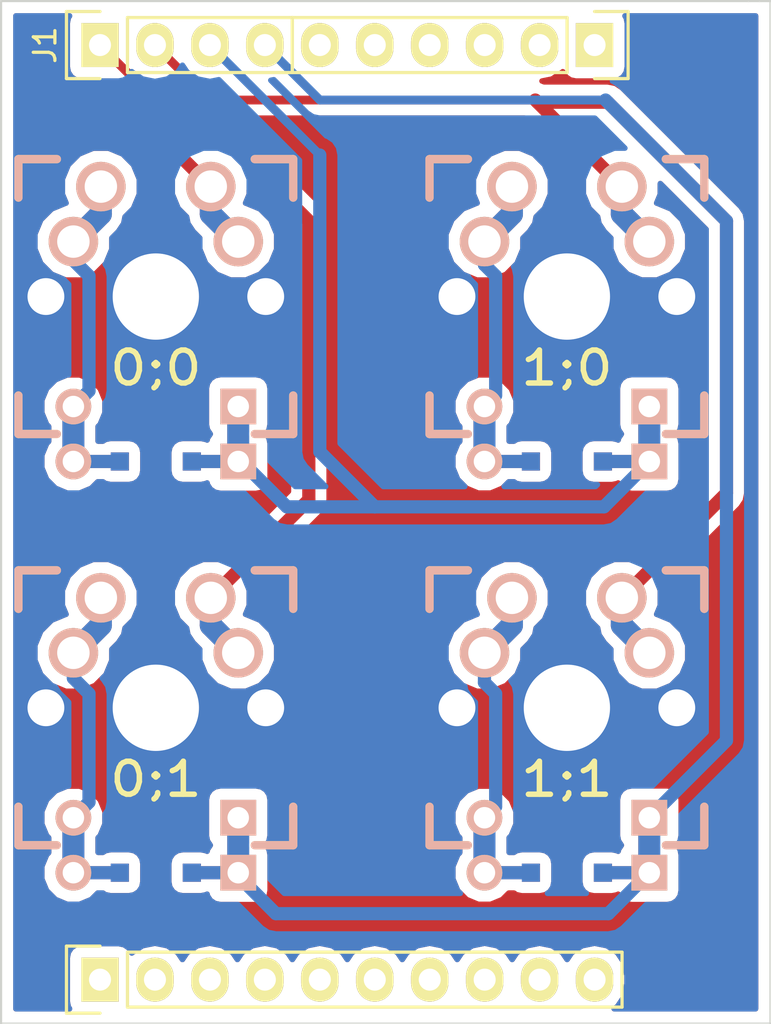
<source format=kicad_pcb>
(kicad_pcb (version 4) (host pcbnew "(after 2015-jan-16 BZR unknown)-brewed_product")

  (general
    (links 39)
    (no_connects 0)
    (area 178.220999 117.297999 223.423287 168.669)
    (thickness 1.6)
    (drawings 8)
    (tracks 97)
    (zones 0)
    (modules 7)
    (nets 10)
  )

  (page A4)
  (layers
    (0 F.Cu signal)
    (31 B.Cu signal)
    (32 B.Adhes user)
    (33 F.Adhes user)
    (34 B.Paste user)
    (35 F.Paste user)
    (36 B.SilkS user)
    (37 F.SilkS user)
    (38 B.Mask user)
    (39 F.Mask user)
    (40 Dwgs.User user)
    (41 Cmts.User user)
    (42 Eco1.User user)
    (43 Eco2.User user)
    (44 Edge.Cuts user)
    (45 Margin user)
    (46 B.CrtYd user)
    (47 F.CrtYd user)
    (48 B.Fab user)
    (49 F.Fab user)
  )

  (setup
    (last_trace_width 1.016)
    (user_trace_width 0.4064)
    (user_trace_width 0.6096)
    (user_trace_width 1.016)
    (trace_clearance 0.254)
    (zone_clearance 0.508)
    (zone_45_only no)
    (trace_min 0.254)
    (segment_width 0.2)
    (edge_width 0.1)
    (via_size 0.889)
    (via_drill 0.635)
    (via_min_size 0.889)
    (via_min_drill 0.508)
    (uvia_size 0.508)
    (uvia_drill 0.127)
    (uvias_allowed no)
    (uvia_min_size 0.508)
    (uvia_min_drill 0.127)
    (pcb_text_width 0.3)
    (pcb_text_size 1.5 1.5)
    (mod_edge_width 0.15)
    (mod_text_size 1 1)
    (mod_text_width 0.15)
    (pad_size 1.5 1.5)
    (pad_drill 0.6)
    (pad_to_mask_clearance 0)
    (aux_axis_origin 0 0)
    (visible_elements FFFFFF7F)
    (pcbplotparams
      (layerselection 0x010f0_80000001)
      (usegerberextensions true)
      (excludeedgelayer true)
      (linewidth 0.100000)
      (plotframeref false)
      (viasonmask false)
      (mode 1)
      (useauxorigin false)
      (hpglpennumber 1)
      (hpglpenspeed 20)
      (hpglpendiameter 15)
      (hpglpenoverlay 2)
      (psnegative false)
      (psa4output false)
      (plotreference true)
      (plotvalue true)
      (plotinvisibletext false)
      (padsonsilk false)
      (subtractmaskfromsilk false)
      (outputformat 1)
      (mirror false)
      (drillshape 0)
      (scaleselection 1)
      (outputdirectory gerber/))
  )

  (net 0 "")
  (net 1 /COL0)
  (net 2 GND)
  (net 3 /ROW0)
  (net 4 /ROW1)
  (net 5 /COL1)
  (net 6 "Net-(0;0-Pad2)")
  (net 7 "Net-(0;1-Pad2)")
  (net 8 "Net-(1;0-Pad2)")
  (net 9 "Net-(1;1-Pad2)")

  (net_class Default "This is the default net class."
    (clearance 0.254)
    (trace_width 0.254)
    (via_dia 0.889)
    (via_drill 0.635)
    (uvia_dia 0.508)
    (uvia_drill 0.127)
    (add_net /COL0)
    (add_net /COL1)
    (add_net /ROW0)
    (add_net /ROW1)
    (add_net GND)
    (add_net "Net-(0;0-Pad2)")
    (add_net "Net-(0;1-Pad2)")
    (add_net "Net-(1;0-Pad2)")
    (add_net "Net-(1;1-Pad2)")
  )

  (module Pin_Headers:Pin_Header_Straight_1x10 (layer F.Cu) (tedit 54FCA061) (tstamp 54FCA9CA)
    (at 185.42 162.56 90)
    (descr "Through hole pin header")
    (tags "pin header")
    (fp_text reference Pin_Header_Straight_1x10 (at -5.08 10.16 180) (layer F.SilkS) hide
      (effects (font (size 1 1) (thickness 0.15)))
    )
    (fp_text value VAL** (at 0 -3.1 90) (layer F.SilkS) hide
      (effects (font (size 1 1) (thickness 0.15)))
    )
    (fp_line (start -1.75 -1.75) (end -1.75 24.65) (layer F.CrtYd) (width 0.05))
    (fp_line (start 1.75 -1.75) (end 1.75 24.65) (layer F.CrtYd) (width 0.05))
    (fp_line (start -1.75 -1.75) (end 1.75 -1.75) (layer F.CrtYd) (width 0.05))
    (fp_line (start -1.75 24.65) (end 1.75 24.65) (layer F.CrtYd) (width 0.05))
    (fp_line (start 1.27 1.27) (end 1.27 24.13) (layer F.SilkS) (width 0.15))
    (fp_line (start 1.27 24.13) (end -1.27 24.13) (layer F.SilkS) (width 0.15))
    (fp_line (start -1.27 24.13) (end -1.27 1.27) (layer F.SilkS) (width 0.15))
    (fp_line (start 1.55 -1.55) (end 1.55 0) (layer F.SilkS) (width 0.15))
    (fp_line (start 1.27 1.27) (end -1.27 1.27) (layer F.SilkS) (width 0.15))
    (fp_line (start -1.55 0) (end -1.55 -1.55) (layer F.SilkS) (width 0.15))
    (fp_line (start -1.55 -1.55) (end 1.55 -1.55) (layer F.SilkS) (width 0.15))
    (pad 1 thru_hole rect (at 0 0 90) (size 2.032 1.7272) (drill 1.016) (layers *.Cu *.Mask F.SilkS))
    (pad 2 thru_hole oval (at 0 2.54 90) (size 2.032 1.7272) (drill 1.016) (layers *.Cu *.Mask F.SilkS))
    (pad 3 thru_hole oval (at 0 5.08 90) (size 2.032 1.7272) (drill 1.016) (layers *.Cu *.Mask F.SilkS))
    (pad 4 thru_hole oval (at 0 7.62 90) (size 2.032 1.7272) (drill 1.016) (layers *.Cu *.Mask F.SilkS))
    (pad 5 thru_hole oval (at 0 10.16 90) (size 2.032 1.7272) (drill 1.016) (layers *.Cu *.Mask F.SilkS))
    (pad 6 thru_hole oval (at 0 12.7 90) (size 2.032 1.7272) (drill 1.016) (layers *.Cu *.Mask F.SilkS))
    (pad 7 thru_hole oval (at 0 15.24 90) (size 2.032 1.7272) (drill 1.016) (layers *.Cu *.Mask F.SilkS))
    (pad 8 thru_hole oval (at 0 17.78 90) (size 2.032 1.7272) (drill 1.016) (layers *.Cu *.Mask F.SilkS))
    (pad 9 thru_hole oval (at 0 20.32 90) (size 2.032 1.7272) (drill 1.016) (layers *.Cu *.Mask F.SilkS))
    (pad 10 thru_hole oval (at 0 22.86 90) (size 2.032 1.7272) (drill 1.016) (layers *.Cu *.Mask F.SilkS))
    (model Pin_Headers/Pin_Header_Straight_1x10.wrl
      (at (xyz 0 -0.45 0))
      (scale (xyz 1 1 1))
      (rotate (xyz 0 0 90))
    )
  )

  (module footprint:MX_FLIP_DIODE (layer F.Cu) (tedit 54FCA7B2) (tstamp 54FC9E4F)
    (at 188 131)
    (path /54F9005C)
    (fp_text reference 0;0 (at 0 3.302) (layer F.SilkS)
      (effects (font (size 1.524 1.778) (thickness 0.254)))
    )
    (fp_text value SWITCH_DIODE (at 0 3.302) (layer B.SilkS) hide
      (effects (font (size 1.524 1.778) (thickness 0.254)) (justify mirror))
    )
    (fp_line (start -6.35 -6.35) (end 6.35 -6.35) (layer Dwgs.User) (width 0.381))
    (fp_line (start 6.35 -6.35) (end 6.35 6.35) (layer Dwgs.User) (width 0.381))
    (fp_line (start 6.35 6.35) (end -6.35 6.35) (layer Dwgs.User) (width 0.381))
    (fp_line (start -6.35 6.35) (end -6.35 -6.35) (layer Dwgs.User) (width 0.381))
    (fp_line (start 0 0) (end 0 0) (layer Dwgs.User) (width 0.0254))
    (fp_line (start -6.35 -6.35) (end 6.35 -6.35) (layer Cmts.User) (width 0.381))
    (fp_line (start 6.35 -6.35) (end 6.35 6.35) (layer Cmts.User) (width 0.381))
    (fp_line (start 6.35 6.35) (end -6.35 6.35) (layer Cmts.User) (width 0.381))
    (fp_line (start -6.35 6.35) (end -6.35 -6.35) (layer Cmts.User) (width 0.381))
    (fp_line (start -6.35 -6.35) (end -4.572 -6.35) (layer F.SilkS) (width 0.381))
    (fp_line (start 4.572 -6.35) (end 6.35 -6.35) (layer F.SilkS) (width 0.381))
    (fp_line (start 6.35 -6.35) (end 6.35 -4.572) (layer F.SilkS) (width 0.381))
    (fp_line (start 6.35 4.572) (end 6.35 6.35) (layer F.SilkS) (width 0.381))
    (fp_line (start 6.35 6.35) (end 4.572 6.35) (layer F.SilkS) (width 0.381))
    (fp_line (start -4.572 6.35) (end -6.35 6.35) (layer F.SilkS) (width 0.381))
    (fp_line (start -6.35 6.35) (end -6.35 4.572) (layer F.SilkS) (width 0.381))
    (fp_line (start -6.35 -4.572) (end -6.35 -6.35) (layer F.SilkS) (width 0.381))
    (fp_line (start -6.35 -6.35) (end -4.572 -6.35) (layer B.SilkS) (width 0.381))
    (fp_line (start 4.572 -6.35) (end 6.35 -6.35) (layer B.SilkS) (width 0.381))
    (fp_line (start 6.35 -6.35) (end 6.35 -4.572) (layer B.SilkS) (width 0.381))
    (fp_line (start 6.35 4.572) (end 6.35 6.35) (layer B.SilkS) (width 0.381))
    (fp_line (start 6.35 6.35) (end 4.572 6.35) (layer B.SilkS) (width 0.381))
    (fp_line (start -4.572 6.35) (end -6.35 6.35) (layer B.SilkS) (width 0.381))
    (fp_line (start -6.35 6.35) (end -6.35 4.572) (layer B.SilkS) (width 0.381))
    (fp_line (start -6.35 -4.572) (end -6.35 -6.35) (layer B.SilkS) (width 0.381))
    (fp_line (start -3.81 7.62) (end -1.6637 7.62) (layer B.Cu) (width 0.6096))
    (fp_line (start 1.6637 7.62) (end 3.81 7.62) (layer B.Cu) (width 0.6096))
    (fp_line (start -3.81 7.62) (end -1.6637 7.62) (layer F.Cu) (width 0.6096))
    (fp_line (start 1.6637 7.62) (end 3.81 7.62) (layer F.Cu) (width 0.6096))
    (pad 1 thru_hole circle (at 2.54 -5.08) (size 2.286 2.286) (drill 1.4986) (layers *.Cu *.SilkS *.Mask)
      (net 1 /COL0))
    (pad 2 thru_hole circle (at -3.81 -2.54) (size 2.286 2.286) (drill 1.4986) (layers *.Cu *.SilkS *.Mask)
      (net 6 "Net-(0;0-Pad2)"))
    (pad 0 np_thru_hole circle (at 0 0) (size 3.9878 3.9878) (drill 3.9878) (layers *.Cu)
      (net 2 GND) (solder_mask_margin -0.254) (zone_connect 2))
    (pad 0 thru_hole circle (at -5.08 0) (size 1.7018 1.7018) (drill 1.7018) (layers *.Cu)
      (net 2 GND) (solder_mask_margin -0.254) (zone_connect 2))
    (pad 0 thru_hole circle (at 5.08 0) (size 1.7018 1.7018) (drill 1.7018) (layers *.Cu)
      (net 2 GND) (solder_mask_margin -0.254) (zone_connect 2))
    (pad 1 thru_hole circle (at 3.81 -2.54) (size 2.286 2.286) (drill 1.4986) (layers *.Cu *.SilkS *.Mask)
      (net 1 /COL0))
    (pad 2 thru_hole circle (at -2.54 -5.08) (size 2.286 2.286) (drill 1.4986) (layers *.Cu *.SilkS *.Mask)
      (net 6 "Net-(0;0-Pad2)"))
    (pad 3 thru_hole circle (at -3.81 5.08) (size 1.651 1.651) (drill 0.9906) (layers *.Cu *.SilkS *.Mask)
      (net 6 "Net-(0;0-Pad2)"))
    (pad 4 thru_hole rect (at 3.81 5.08) (size 1.651 1.651) (drill 0.9906) (layers *.Cu *.SilkS *.Mask)
      (net 3 /ROW0))
    (pad 3 thru_hole circle (at -3.81 7.62) (size 1.651 1.651) (drill 0.9906) (layers *.Cu *.SilkS *.Mask)
      (net 6 "Net-(0;0-Pad2)"))
    (pad 4 thru_hole rect (at 3.81 7.62) (size 1.651 1.651) (drill 0.9906) (layers *.Cu *.SilkS *.Mask)
      (net 3 /ROW0))
    (pad 99 smd rect (at -1.6637 7.62) (size 0.8382 0.8382) (layers F.Cu F.Paste F.Mask))
    (pad 99 smd rect (at -1.6637 7.62) (size 0.8382 0.8382) (layers B.Cu B.Paste B.Mask))
    (pad 99 smd rect (at 1.6637 7.62) (size 0.8382 0.8382) (layers F.Cu F.Paste F.Mask))
    (pad 99 smd rect (at 1.6637 7.62) (size 0.8382 0.8382) (layers B.Cu B.Paste B.Mask))
  )

  (module footprint:MX_FLIP_DIODE (layer F.Cu) (tedit 54FCA7B9) (tstamp 54FC9E7F)
    (at 188 150)
    (path /54F9010F)
    (fp_text reference 0;1 (at 0 3.302) (layer F.SilkS)
      (effects (font (size 1.524 1.778) (thickness 0.254)))
    )
    (fp_text value SWITCH_DIODE (at 0 3.302) (layer B.SilkS) hide
      (effects (font (size 1.524 1.778) (thickness 0.254)) (justify mirror))
    )
    (fp_line (start -6.35 -6.35) (end 6.35 -6.35) (layer Dwgs.User) (width 0.381))
    (fp_line (start 6.35 -6.35) (end 6.35 6.35) (layer Dwgs.User) (width 0.381))
    (fp_line (start 6.35 6.35) (end -6.35 6.35) (layer Dwgs.User) (width 0.381))
    (fp_line (start -6.35 6.35) (end -6.35 -6.35) (layer Dwgs.User) (width 0.381))
    (fp_line (start 0 0) (end 0 0) (layer Dwgs.User) (width 0.0254))
    (fp_line (start -6.35 -6.35) (end 6.35 -6.35) (layer Cmts.User) (width 0.381))
    (fp_line (start 6.35 -6.35) (end 6.35 6.35) (layer Cmts.User) (width 0.381))
    (fp_line (start 6.35 6.35) (end -6.35 6.35) (layer Cmts.User) (width 0.381))
    (fp_line (start -6.35 6.35) (end -6.35 -6.35) (layer Cmts.User) (width 0.381))
    (fp_line (start -6.35 -6.35) (end -4.572 -6.35) (layer F.SilkS) (width 0.381))
    (fp_line (start 4.572 -6.35) (end 6.35 -6.35) (layer F.SilkS) (width 0.381))
    (fp_line (start 6.35 -6.35) (end 6.35 -4.572) (layer F.SilkS) (width 0.381))
    (fp_line (start 6.35 4.572) (end 6.35 6.35) (layer F.SilkS) (width 0.381))
    (fp_line (start 6.35 6.35) (end 4.572 6.35) (layer F.SilkS) (width 0.381))
    (fp_line (start -4.572 6.35) (end -6.35 6.35) (layer F.SilkS) (width 0.381))
    (fp_line (start -6.35 6.35) (end -6.35 4.572) (layer F.SilkS) (width 0.381))
    (fp_line (start -6.35 -4.572) (end -6.35 -6.35) (layer F.SilkS) (width 0.381))
    (fp_line (start -6.35 -6.35) (end -4.572 -6.35) (layer B.SilkS) (width 0.381))
    (fp_line (start 4.572 -6.35) (end 6.35 -6.35) (layer B.SilkS) (width 0.381))
    (fp_line (start 6.35 -6.35) (end 6.35 -4.572) (layer B.SilkS) (width 0.381))
    (fp_line (start 6.35 4.572) (end 6.35 6.35) (layer B.SilkS) (width 0.381))
    (fp_line (start 6.35 6.35) (end 4.572 6.35) (layer B.SilkS) (width 0.381))
    (fp_line (start -4.572 6.35) (end -6.35 6.35) (layer B.SilkS) (width 0.381))
    (fp_line (start -6.35 6.35) (end -6.35 4.572) (layer B.SilkS) (width 0.381))
    (fp_line (start -6.35 -4.572) (end -6.35 -6.35) (layer B.SilkS) (width 0.381))
    (fp_line (start -3.81 7.62) (end -1.6637 7.62) (layer B.Cu) (width 0.6096))
    (fp_line (start 1.6637 7.62) (end 3.81 7.62) (layer B.Cu) (width 0.6096))
    (fp_line (start -3.81 7.62) (end -1.6637 7.62) (layer F.Cu) (width 0.6096))
    (fp_line (start 1.6637 7.62) (end 3.81 7.62) (layer F.Cu) (width 0.6096))
    (pad 1 thru_hole circle (at 2.54 -5.08) (size 2.286 2.286) (drill 1.4986) (layers *.Cu *.SilkS *.Mask)
      (net 1 /COL0))
    (pad 2 thru_hole circle (at -3.81 -2.54) (size 2.286 2.286) (drill 1.4986) (layers *.Cu *.SilkS *.Mask)
      (net 7 "Net-(0;1-Pad2)"))
    (pad 0 np_thru_hole circle (at 0 0) (size 3.9878 3.9878) (drill 3.9878) (layers *.Cu)
      (net 2 GND) (solder_mask_margin -0.254) (zone_connect 2))
    (pad 0 thru_hole circle (at -5.08 0) (size 1.7018 1.7018) (drill 1.7018) (layers *.Cu)
      (net 2 GND) (solder_mask_margin -0.254) (zone_connect 2))
    (pad 0 thru_hole circle (at 5.08 0) (size 1.7018 1.7018) (drill 1.7018) (layers *.Cu)
      (net 2 GND) (solder_mask_margin -0.254) (zone_connect 2))
    (pad 1 thru_hole circle (at 3.81 -2.54) (size 2.286 2.286) (drill 1.4986) (layers *.Cu *.SilkS *.Mask)
      (net 1 /COL0))
    (pad 2 thru_hole circle (at -2.54 -5.08) (size 2.286 2.286) (drill 1.4986) (layers *.Cu *.SilkS *.Mask)
      (net 7 "Net-(0;1-Pad2)"))
    (pad 3 thru_hole circle (at -3.81 5.08) (size 1.651 1.651) (drill 0.9906) (layers *.Cu *.SilkS *.Mask)
      (net 7 "Net-(0;1-Pad2)"))
    (pad 4 thru_hole rect (at 3.81 5.08) (size 1.651 1.651) (drill 0.9906) (layers *.Cu *.SilkS *.Mask)
      (net 4 /ROW1))
    (pad 3 thru_hole circle (at -3.81 7.62) (size 1.651 1.651) (drill 0.9906) (layers *.Cu *.SilkS *.Mask)
      (net 7 "Net-(0;1-Pad2)"))
    (pad 4 thru_hole rect (at 3.81 7.62) (size 1.651 1.651) (drill 0.9906) (layers *.Cu *.SilkS *.Mask)
      (net 4 /ROW1))
    (pad 99 smd rect (at -1.6637 7.62) (size 0.8382 0.8382) (layers F.Cu F.Paste F.Mask))
    (pad 99 smd rect (at -1.6637 7.62) (size 0.8382 0.8382) (layers B.Cu B.Paste B.Mask))
    (pad 99 smd rect (at 1.6637 7.62) (size 0.8382 0.8382) (layers F.Cu F.Paste F.Mask))
    (pad 99 smd rect (at 1.6637 7.62) (size 0.8382 0.8382) (layers B.Cu B.Paste B.Mask))
  )

  (module footprint:MX_FLIP_DIODE (layer F.Cu) (tedit 54FCA7B6) (tstamp 54FC9EAF)
    (at 207 131)
    (path /54F900D9)
    (fp_text reference 1;0 (at 0 3.302) (layer F.SilkS)
      (effects (font (size 1.524 1.778) (thickness 0.254)))
    )
    (fp_text value SWITCH_DIODE (at 0 3.302) (layer B.SilkS) hide
      (effects (font (size 1.524 1.778) (thickness 0.254)) (justify mirror))
    )
    (fp_line (start -6.35 -6.35) (end 6.35 -6.35) (layer Dwgs.User) (width 0.381))
    (fp_line (start 6.35 -6.35) (end 6.35 6.35) (layer Dwgs.User) (width 0.381))
    (fp_line (start 6.35 6.35) (end -6.35 6.35) (layer Dwgs.User) (width 0.381))
    (fp_line (start -6.35 6.35) (end -6.35 -6.35) (layer Dwgs.User) (width 0.381))
    (fp_line (start 0 0) (end 0 0) (layer Dwgs.User) (width 0.0254))
    (fp_line (start -6.35 -6.35) (end 6.35 -6.35) (layer Cmts.User) (width 0.381))
    (fp_line (start 6.35 -6.35) (end 6.35 6.35) (layer Cmts.User) (width 0.381))
    (fp_line (start 6.35 6.35) (end -6.35 6.35) (layer Cmts.User) (width 0.381))
    (fp_line (start -6.35 6.35) (end -6.35 -6.35) (layer Cmts.User) (width 0.381))
    (fp_line (start -6.35 -6.35) (end -4.572 -6.35) (layer F.SilkS) (width 0.381))
    (fp_line (start 4.572 -6.35) (end 6.35 -6.35) (layer F.SilkS) (width 0.381))
    (fp_line (start 6.35 -6.35) (end 6.35 -4.572) (layer F.SilkS) (width 0.381))
    (fp_line (start 6.35 4.572) (end 6.35 6.35) (layer F.SilkS) (width 0.381))
    (fp_line (start 6.35 6.35) (end 4.572 6.35) (layer F.SilkS) (width 0.381))
    (fp_line (start -4.572 6.35) (end -6.35 6.35) (layer F.SilkS) (width 0.381))
    (fp_line (start -6.35 6.35) (end -6.35 4.572) (layer F.SilkS) (width 0.381))
    (fp_line (start -6.35 -4.572) (end -6.35 -6.35) (layer F.SilkS) (width 0.381))
    (fp_line (start -6.35 -6.35) (end -4.572 -6.35) (layer B.SilkS) (width 0.381))
    (fp_line (start 4.572 -6.35) (end 6.35 -6.35) (layer B.SilkS) (width 0.381))
    (fp_line (start 6.35 -6.35) (end 6.35 -4.572) (layer B.SilkS) (width 0.381))
    (fp_line (start 6.35 4.572) (end 6.35 6.35) (layer B.SilkS) (width 0.381))
    (fp_line (start 6.35 6.35) (end 4.572 6.35) (layer B.SilkS) (width 0.381))
    (fp_line (start -4.572 6.35) (end -6.35 6.35) (layer B.SilkS) (width 0.381))
    (fp_line (start -6.35 6.35) (end -6.35 4.572) (layer B.SilkS) (width 0.381))
    (fp_line (start -6.35 -4.572) (end -6.35 -6.35) (layer B.SilkS) (width 0.381))
    (fp_line (start -3.81 7.62) (end -1.6637 7.62) (layer B.Cu) (width 0.6096))
    (fp_line (start 1.6637 7.62) (end 3.81 7.62) (layer B.Cu) (width 0.6096))
    (fp_line (start -3.81 7.62) (end -1.6637 7.62) (layer F.Cu) (width 0.6096))
    (fp_line (start 1.6637 7.62) (end 3.81 7.62) (layer F.Cu) (width 0.6096))
    (pad 1 thru_hole circle (at 2.54 -5.08) (size 2.286 2.286) (drill 1.4986) (layers *.Cu *.SilkS *.Mask)
      (net 5 /COL1))
    (pad 2 thru_hole circle (at -3.81 -2.54) (size 2.286 2.286) (drill 1.4986) (layers *.Cu *.SilkS *.Mask)
      (net 8 "Net-(1;0-Pad2)"))
    (pad 0 np_thru_hole circle (at 0 0) (size 3.9878 3.9878) (drill 3.9878) (layers *.Cu)
      (net 2 GND) (solder_mask_margin -0.254) (zone_connect 2))
    (pad 0 thru_hole circle (at -5.08 0) (size 1.7018 1.7018) (drill 1.7018) (layers *.Cu)
      (net 2 GND) (solder_mask_margin -0.254) (zone_connect 2))
    (pad 0 thru_hole circle (at 5.08 0) (size 1.7018 1.7018) (drill 1.7018) (layers *.Cu)
      (net 2 GND) (solder_mask_margin -0.254) (zone_connect 2))
    (pad 1 thru_hole circle (at 3.81 -2.54) (size 2.286 2.286) (drill 1.4986) (layers *.Cu *.SilkS *.Mask)
      (net 5 /COL1))
    (pad 2 thru_hole circle (at -2.54 -5.08) (size 2.286 2.286) (drill 1.4986) (layers *.Cu *.SilkS *.Mask)
      (net 8 "Net-(1;0-Pad2)"))
    (pad 3 thru_hole circle (at -3.81 5.08) (size 1.651 1.651) (drill 0.9906) (layers *.Cu *.SilkS *.Mask)
      (net 8 "Net-(1;0-Pad2)"))
    (pad 4 thru_hole rect (at 3.81 5.08) (size 1.651 1.651) (drill 0.9906) (layers *.Cu *.SilkS *.Mask)
      (net 3 /ROW0))
    (pad 3 thru_hole circle (at -3.81 7.62) (size 1.651 1.651) (drill 0.9906) (layers *.Cu *.SilkS *.Mask)
      (net 8 "Net-(1;0-Pad2)"))
    (pad 4 thru_hole rect (at 3.81 7.62) (size 1.651 1.651) (drill 0.9906) (layers *.Cu *.SilkS *.Mask)
      (net 3 /ROW0))
    (pad 99 smd rect (at -1.6637 7.62) (size 0.8382 0.8382) (layers F.Cu F.Paste F.Mask))
    (pad 99 smd rect (at -1.6637 7.62) (size 0.8382 0.8382) (layers B.Cu B.Paste B.Mask))
    (pad 99 smd rect (at 1.6637 7.62) (size 0.8382 0.8382) (layers F.Cu F.Paste F.Mask))
    (pad 99 smd rect (at 1.6637 7.62) (size 0.8382 0.8382) (layers B.Cu B.Paste B.Mask))
  )

  (module footprint:MX_FLIP_DIODE (layer F.Cu) (tedit 54FCA7BC) (tstamp 54FC9EDF)
    (at 207 150)
    (path /54F90141)
    (fp_text reference 1;1 (at 0 3.302) (layer F.SilkS)
      (effects (font (size 1.524 1.778) (thickness 0.254)))
    )
    (fp_text value SWITCH_DIODE (at 0 3.302) (layer B.SilkS) hide
      (effects (font (size 1.524 1.778) (thickness 0.254)) (justify mirror))
    )
    (fp_line (start -6.35 -6.35) (end 6.35 -6.35) (layer Dwgs.User) (width 0.381))
    (fp_line (start 6.35 -6.35) (end 6.35 6.35) (layer Dwgs.User) (width 0.381))
    (fp_line (start 6.35 6.35) (end -6.35 6.35) (layer Dwgs.User) (width 0.381))
    (fp_line (start -6.35 6.35) (end -6.35 -6.35) (layer Dwgs.User) (width 0.381))
    (fp_line (start 0 0) (end 0 0) (layer Dwgs.User) (width 0.0254))
    (fp_line (start -6.35 -6.35) (end 6.35 -6.35) (layer Cmts.User) (width 0.381))
    (fp_line (start 6.35 -6.35) (end 6.35 6.35) (layer Cmts.User) (width 0.381))
    (fp_line (start 6.35 6.35) (end -6.35 6.35) (layer Cmts.User) (width 0.381))
    (fp_line (start -6.35 6.35) (end -6.35 -6.35) (layer Cmts.User) (width 0.381))
    (fp_line (start -6.35 -6.35) (end -4.572 -6.35) (layer F.SilkS) (width 0.381))
    (fp_line (start 4.572 -6.35) (end 6.35 -6.35) (layer F.SilkS) (width 0.381))
    (fp_line (start 6.35 -6.35) (end 6.35 -4.572) (layer F.SilkS) (width 0.381))
    (fp_line (start 6.35 4.572) (end 6.35 6.35) (layer F.SilkS) (width 0.381))
    (fp_line (start 6.35 6.35) (end 4.572 6.35) (layer F.SilkS) (width 0.381))
    (fp_line (start -4.572 6.35) (end -6.35 6.35) (layer F.SilkS) (width 0.381))
    (fp_line (start -6.35 6.35) (end -6.35 4.572) (layer F.SilkS) (width 0.381))
    (fp_line (start -6.35 -4.572) (end -6.35 -6.35) (layer F.SilkS) (width 0.381))
    (fp_line (start -6.35 -6.35) (end -4.572 -6.35) (layer B.SilkS) (width 0.381))
    (fp_line (start 4.572 -6.35) (end 6.35 -6.35) (layer B.SilkS) (width 0.381))
    (fp_line (start 6.35 -6.35) (end 6.35 -4.572) (layer B.SilkS) (width 0.381))
    (fp_line (start 6.35 4.572) (end 6.35 6.35) (layer B.SilkS) (width 0.381))
    (fp_line (start 6.35 6.35) (end 4.572 6.35) (layer B.SilkS) (width 0.381))
    (fp_line (start -4.572 6.35) (end -6.35 6.35) (layer B.SilkS) (width 0.381))
    (fp_line (start -6.35 6.35) (end -6.35 4.572) (layer B.SilkS) (width 0.381))
    (fp_line (start -6.35 -4.572) (end -6.35 -6.35) (layer B.SilkS) (width 0.381))
    (fp_line (start -3.81 7.62) (end -1.6637 7.62) (layer B.Cu) (width 0.6096))
    (fp_line (start 1.6637 7.62) (end 3.81 7.62) (layer B.Cu) (width 0.6096))
    (fp_line (start -3.81 7.62) (end -1.6637 7.62) (layer F.Cu) (width 0.6096))
    (fp_line (start 1.6637 7.62) (end 3.81 7.62) (layer F.Cu) (width 0.6096))
    (pad 1 thru_hole circle (at 2.54 -5.08) (size 2.286 2.286) (drill 1.4986) (layers *.Cu *.SilkS *.Mask)
      (net 5 /COL1))
    (pad 2 thru_hole circle (at -3.81 -2.54) (size 2.286 2.286) (drill 1.4986) (layers *.Cu *.SilkS *.Mask)
      (net 9 "Net-(1;1-Pad2)"))
    (pad 0 np_thru_hole circle (at 0 0) (size 3.9878 3.9878) (drill 3.9878) (layers *.Cu)
      (net 2 GND) (solder_mask_margin -0.254) (zone_connect 2))
    (pad 0 thru_hole circle (at -5.08 0) (size 1.7018 1.7018) (drill 1.7018) (layers *.Cu)
      (net 2 GND) (solder_mask_margin -0.254) (zone_connect 2))
    (pad 0 thru_hole circle (at 5.08 0) (size 1.7018 1.7018) (drill 1.7018) (layers *.Cu)
      (net 2 GND) (solder_mask_margin -0.254) (zone_connect 2))
    (pad 1 thru_hole circle (at 3.81 -2.54) (size 2.286 2.286) (drill 1.4986) (layers *.Cu *.SilkS *.Mask)
      (net 5 /COL1))
    (pad 2 thru_hole circle (at -2.54 -5.08) (size 2.286 2.286) (drill 1.4986) (layers *.Cu *.SilkS *.Mask)
      (net 9 "Net-(1;1-Pad2)"))
    (pad 3 thru_hole circle (at -3.81 5.08) (size 1.651 1.651) (drill 0.9906) (layers *.Cu *.SilkS *.Mask)
      (net 9 "Net-(1;1-Pad2)"))
    (pad 4 thru_hole rect (at 3.81 5.08) (size 1.651 1.651) (drill 0.9906) (layers *.Cu *.SilkS *.Mask)
      (net 4 /ROW1))
    (pad 3 thru_hole circle (at -3.81 7.62) (size 1.651 1.651) (drill 0.9906) (layers *.Cu *.SilkS *.Mask)
      (net 9 "Net-(1;1-Pad2)"))
    (pad 4 thru_hole rect (at 3.81 7.62) (size 1.651 1.651) (drill 0.9906) (layers *.Cu *.SilkS *.Mask)
      (net 4 /ROW1))
    (pad 99 smd rect (at -1.6637 7.62) (size 0.8382 0.8382) (layers F.Cu F.Paste F.Mask))
    (pad 99 smd rect (at -1.6637 7.62) (size 0.8382 0.8382) (layers B.Cu B.Paste B.Mask))
    (pad 99 smd rect (at 1.6637 7.62) (size 0.8382 0.8382) (layers F.Cu F.Paste F.Mask))
    (pad 99 smd rect (at 1.6637 7.62) (size 0.8382 0.8382) (layers B.Cu B.Paste B.Mask))
  )

  (module Pin_Headers:Pin_Header_Straight_1x04 (layer F.Cu) (tedit 54FCA7AA) (tstamp 54FCB69F)
    (at 185.42 119.38 90)
    (descr "Through hole pin header")
    (tags "pin header")
    (path /54FC9E1C)
    (fp_text reference J1 (at 0 -2.54 90) (layer F.SilkS)
      (effects (font (size 1 1) (thickness 0.15)))
    )
    (fp_text value 4PIN (at 0 -3.1 90) (layer F.SilkS) hide
      (effects (font (size 1 1) (thickness 0.15)))
    )
    (fp_line (start -1.75 -1.75) (end -1.75 9.4) (layer F.CrtYd) (width 0.05))
    (fp_line (start 1.75 -1.75) (end 1.75 9.4) (layer F.CrtYd) (width 0.05))
    (fp_line (start -1.75 -1.75) (end 1.75 -1.75) (layer F.CrtYd) (width 0.05))
    (fp_line (start -1.75 9.4) (end 1.75 9.4) (layer F.CrtYd) (width 0.05))
    (fp_line (start -1.27 1.27) (end -1.27 8.89) (layer F.SilkS) (width 0.15))
    (fp_line (start 1.27 1.27) (end 1.27 8.89) (layer F.SilkS) (width 0.15))
    (fp_line (start 1.55 -1.55) (end 1.55 0) (layer F.SilkS) (width 0.15))
    (fp_line (start -1.27 8.89) (end 1.27 8.89) (layer F.SilkS) (width 0.15))
    (fp_line (start 1.27 1.27) (end -1.27 1.27) (layer F.SilkS) (width 0.15))
    (fp_line (start -1.55 0) (end -1.55 -1.55) (layer F.SilkS) (width 0.15))
    (fp_line (start -1.55 -1.55) (end 1.55 -1.55) (layer F.SilkS) (width 0.15))
    (pad 1 thru_hole rect (at 0 0 90) (size 2.032 1.7272) (drill 1.016) (layers *.Cu *.Mask F.SilkS)
      (net 1 /COL0))
    (pad 2 thru_hole oval (at 0 2.54 90) (size 2.032 1.7272) (drill 1.016) (layers *.Cu *.Mask F.SilkS)
      (net 5 /COL1))
    (pad 3 thru_hole oval (at 0 5.08 90) (size 2.032 1.7272) (drill 1.016) (layers *.Cu *.Mask F.SilkS)
      (net 3 /ROW0))
    (pad 4 thru_hole oval (at 0 7.62 90) (size 2.032 1.7272) (drill 1.016) (layers *.Cu *.Mask F.SilkS)
      (net 4 /ROW1))
    (model Pin_Headers/Pin_Header_Straight_1x04.wrl
      (at (xyz 0 -0.15 0))
      (scale (xyz 1 1 1))
      (rotate (xyz 0 0 90))
    )
  )

  (module Pin_Headers:Pin_Header_Straight_1x06 (layer F.Cu) (tedit 54FCA0A6) (tstamp 54FCAB2D)
    (at 208.28 119.38 270)
    (descr "Through hole pin header")
    (tags "pin header")
    (fp_text reference Pin_Header_Straight_1x06 (at 0 -5.1 270) (layer F.SilkS) hide
      (effects (font (size 1 1) (thickness 0.15)))
    )
    (fp_text value VAL** (at 0 -3.1 270) (layer F.SilkS) hide
      (effects (font (size 1 1) (thickness 0.15)))
    )
    (fp_line (start -1.75 -1.75) (end -1.75 14.45) (layer F.CrtYd) (width 0.05))
    (fp_line (start 1.75 -1.75) (end 1.75 14.45) (layer F.CrtYd) (width 0.05))
    (fp_line (start -1.75 -1.75) (end 1.75 -1.75) (layer F.CrtYd) (width 0.05))
    (fp_line (start -1.75 14.45) (end 1.75 14.45) (layer F.CrtYd) (width 0.05))
    (fp_line (start 1.27 1.27) (end 1.27 13.97) (layer F.SilkS) (width 0.15))
    (fp_line (start 1.27 13.97) (end -1.27 13.97) (layer F.SilkS) (width 0.15))
    (fp_line (start -1.27 13.97) (end -1.27 1.27) (layer F.SilkS) (width 0.15))
    (fp_line (start 1.55 -1.55) (end 1.55 0) (layer F.SilkS) (width 0.15))
    (fp_line (start 1.27 1.27) (end -1.27 1.27) (layer F.SilkS) (width 0.15))
    (fp_line (start -1.55 0) (end -1.55 -1.55) (layer F.SilkS) (width 0.15))
    (fp_line (start -1.55 -1.55) (end 1.55 -1.55) (layer F.SilkS) (width 0.15))
    (pad 1 thru_hole rect (at 0 0 270) (size 2.032 1.7272) (drill 1.016) (layers *.Cu *.Mask F.SilkS))
    (pad 2 thru_hole oval (at 0 2.54 270) (size 2.032 1.7272) (drill 1.016) (layers *.Cu *.Mask F.SilkS))
    (pad 3 thru_hole oval (at 0 5.08 270) (size 2.032 1.7272) (drill 1.016) (layers *.Cu *.Mask F.SilkS))
    (pad 4 thru_hole oval (at 0 7.62 270) (size 2.032 1.7272) (drill 1.016) (layers *.Cu *.Mask F.SilkS))
    (pad 5 thru_hole oval (at 0 10.16 270) (size 2.032 1.7272) (drill 1.016) (layers *.Cu *.Mask F.SilkS))
    (pad 6 thru_hole oval (at 0 12.7 270) (size 2.032 1.7272) (drill 1.016) (layers *.Cu *.Mask F.SilkS))
    (model Pin_Headers/Pin_Header_Straight_1x06.wrl
      (at (xyz 0 -0.25 0))
      (scale (xyz 1 1 1))
      (rotate (xyz 0 0 90))
    )
  )

  (gr_line (start 215.9 164.592) (end 216.408 164.592) (angle 90) (layer Edge.Cuts) (width 0.1))
  (gr_line (start 215.9 117.348) (end 216.408 117.348) (angle 90) (layer Edge.Cuts) (width 0.1))
  (gr_line (start 215.9 164.592) (end 215.392 164.592) (angle 90) (layer Edge.Cuts) (width 0.1))
  (gr_line (start 216.408 117.348) (end 216.408 164.592) (angle 90) (layer Edge.Cuts) (width 0.1))
  (gr_line (start 215.392 117.348) (end 215.9 117.348) (angle 90) (layer Edge.Cuts) (width 0.1))
  (gr_line (start 180.848 117.348) (end 215.392 117.348) (angle 90) (layer Edge.Cuts) (width 0.1))
  (gr_line (start 180.848 164.592) (end 180.848 117.348) (angle 90) (layer Edge.Cuts) (width 0.1))
  (gr_line (start 215.392 164.592) (end 180.848 164.592) (angle 90) (layer Edge.Cuts) (width 0.1))

  (segment (start 188.976 122.936) (end 190.5 122.936) (width 0.6096) (layer F.Cu) (net 1))
  (segment (start 195.072 140.388) (end 190.54 144.92) (width 0.6096) (layer F.Cu) (net 1) (tstamp 54FCB49A))
  (segment (start 195.072 127.508) (end 195.072 140.388) (width 0.6096) (layer F.Cu) (net 1) (tstamp 54FCB498))
  (segment (start 190.5 122.936) (end 195.072 127.508) (width 0.6096) (layer F.Cu) (net 1) (tstamp 54FCB497))
  (segment (start 185.42 119.38) (end 188.976 122.936) (width 0.4064) (layer F.Cu) (net 1))
  (segment (start 188.976 124.356) (end 190.54 125.92) (width 0.6096) (layer F.Cu) (net 1) (tstamp 54FCB48C))
  (segment (start 188.976 122.936) (end 188.976 124.356) (width 0.6096) (layer F.Cu) (net 1) (tstamp 54FCB48B))
  (segment (start 190.54 125.92) (end 190.5 127) (width 0.6096) (layer B.Cu) (net 1) (status 80000))
  (segment (start 190.54 144.92) (end 190.54 146.19) (width 1.016) (layer B.Cu) (net 1))
  (segment (start 190.54 146.19) (end 191.81 147.46) (width 1.016) (layer B.Cu) (net 1) (tstamp 54FCADCC))
  (segment (start 190.54 125.92) (end 190.54 127.19) (width 1.016) (layer B.Cu) (net 1))
  (segment (start 190.54 127.19) (end 191.81 128.46) (width 1.016) (layer B.Cu) (net 1) (tstamp 54FCADC0))
  (segment (start 190.54 144.92) (end 190.54 146.19) (width 1.016) (layer F.Cu) (net 1))
  (segment (start 190.54 146.19) (end 191.81 147.46) (width 1.016) (layer F.Cu) (net 1) (tstamp 54FCADB4))
  (segment (start 190.54 125.92) (end 190.54 127.19) (width 1.016) (layer F.Cu) (net 1))
  (segment (start 190.54 127.19) (end 191.81 128.46) (width 1.016) (layer F.Cu) (net 1) (tstamp 54FCADA8))
  (segment (start 190.5 119.38) (end 195.58 124.46) (width 0.4064) (layer B.Cu) (net 3))
  (segment (start 195.58 138.176) (end 198.12 140.716) (width 0.6096) (layer B.Cu) (net 3) (tstamp 54FCB4DC))
  (segment (start 195.58 124.46) (end 195.58 138.176) (width 0.6096) (layer B.Cu) (net 3) (tstamp 54FCB4DB))
  (segment (start 210.81 136.08) (end 210.81 138.62) (width 1.016) (layer F.Cu) (net 3))
  (segment (start 191.81 136.08) (end 191.81 138.62) (width 1.016) (layer F.Cu) (net 3))
  (segment (start 210.81 136.08) (end 210.81 138.62) (width 1.016) (layer B.Cu) (net 3))
  (segment (start 191.81 136.08) (end 191.81 138.62) (width 1.016) (layer B.Cu) (net 3))
  (segment (start 191.81 138.62) (end 191.96 138.62) (width 0.6096) (layer B.Cu) (net 3))
  (segment (start 191.96 138.62) (end 194.056 140.716) (width 0.6096) (layer B.Cu) (net 3) (tstamp 54FCB4AF))
  (segment (start 194.056 140.716) (end 198.12 140.716) (width 0.6096) (layer B.Cu) (net 3) (tstamp 54FCB4B0))
  (segment (start 198.12 140.716) (end 208.714 140.716) (width 0.6096) (layer B.Cu) (net 3) (tstamp 54FCB4E0))
  (segment (start 208.714 140.716) (end 210.81 138.62) (width 0.6096) (layer B.Cu) (net 3) (tstamp 54FCB4B1))
  (segment (start 193.04 119.38) (end 195.58 121.92) (width 0.4064) (layer B.Cu) (net 4))
  (segment (start 214.376 151.514) (end 210.81 155.08) (width 0.6096) (layer B.Cu) (net 4) (tstamp 54FCB4EE))
  (segment (start 214.376 127.508) (end 214.376 151.514) (width 0.6096) (layer B.Cu) (net 4) (tstamp 54FCB4EC))
  (segment (start 208.788 121.92) (end 214.376 127.508) (width 0.6096) (layer B.Cu) (net 4) (tstamp 54FCB4EA))
  (segment (start 195.58 121.92) (end 208.788 121.92) (width 0.4064) (layer B.Cu) (net 4) (tstamp 54FCB4E9))
  (segment (start 210.81 155.08) (end 210.81 157.62) (width 1.016) (layer F.Cu) (net 4))
  (segment (start 191.81 155.08) (end 191.81 157.62) (width 1.016) (layer F.Cu) (net 4))
  (segment (start 210.81 155.08) (end 210.81 157.62) (width 1.016) (layer B.Cu) (net 4))
  (segment (start 191.81 155.08) (end 191.81 157.62) (width 1.016) (layer B.Cu) (net 4))
  (segment (start 191.81 157.62) (end 191.81 157.774) (width 0.6096) (layer B.Cu) (net 4))
  (segment (start 191.81 157.774) (end 193.548 159.512) (width 0.6096) (layer B.Cu) (net 4) (tstamp 54FCB4B4))
  (segment (start 193.548 159.512) (end 208.918 159.512) (width 0.6096) (layer B.Cu) (net 4) (tstamp 54FCB4B5))
  (segment (start 208.918 159.512) (end 210.81 157.62) (width 0.6096) (layer B.Cu) (net 4) (tstamp 54FCB4B6))
  (segment (start 205.64 122.02) (end 208.888 122.02) (width 0.6096) (layer F.Cu) (net 5))
  (segment (start 214.376 140.084) (end 209.54 144.92) (width 0.6096) (layer F.Cu) (net 5) (tstamp 54FCB4A5))
  (segment (start 214.376 127.508) (end 214.376 140.084) (width 0.6096) (layer F.Cu) (net 5) (tstamp 54FCB4A3))
  (segment (start 208.888 122.02) (end 214.376 127.508) (width 0.6096) (layer F.Cu) (net 5) (tstamp 54FCB4A1))
  (segment (start 187.96 119.38) (end 190.5 121.92) (width 0.4064) (layer F.Cu) (net 5))
  (segment (start 205.54 121.92) (end 205.64 122.02) (width 0.6096) (layer F.Cu) (net 5) (tstamp 54FCB487))
  (segment (start 205.64 122.02) (end 209.54 125.92) (width 0.6096) (layer F.Cu) (net 5) (tstamp 54FCB49F))
  (segment (start 190.5 121.92) (end 205.54 121.92) (width 0.4064) (layer F.Cu) (net 5) (tstamp 54FCB486))
  (segment (start 209.54 146.19) (end 210.81 147.46) (width 1.016) (layer B.Cu) (net 5) (tstamp 54FCADD2))
  (segment (start 209.54 144.92) (end 209.54 146.19) (width 1.016) (layer B.Cu) (net 5))
  (segment (start 209.54 125.92) (end 209.54 127.19) (width 1.016) (layer B.Cu) (net 5))
  (segment (start 209.54 127.19) (end 210.81 128.46) (width 1.016) (layer B.Cu) (net 5) (tstamp 54FCADC6))
  (segment (start 209.54 144.92) (end 209.54 146.19) (width 1.016) (layer F.Cu) (net 5))
  (segment (start 209.54 146.19) (end 210.81 147.46) (width 1.016) (layer F.Cu) (net 5) (tstamp 54FCADBA))
  (segment (start 209.54 125.92) (end 209.54 127.19) (width 1.016) (layer F.Cu) (net 5))
  (segment (start 209.54 127.19) (end 210.81 128.46) (width 1.016) (layer F.Cu) (net 5) (tstamp 54FCADAE))
  (segment (start 184.19 128.46) (end 184.19 129.326) (width 0.6096) (layer B.Cu) (net 6))
  (segment (start 184.19 129.326) (end 184.912 130.048) (width 0.6096) (layer B.Cu) (net 6) (tstamp 54FCB635))
  (segment (start 184.912 135.358) (end 184.19 136.08) (width 0.6096) (layer B.Cu) (net 6) (tstamp 54FCB637))
  (segment (start 184.912 130.048) (end 184.912 135.358) (width 0.6096) (layer B.Cu) (net 6) (tstamp 54FCB636))
  (segment (start 184.19 136.08) (end 184.19 138.62) (width 1.016) (layer F.Cu) (net 6))
  (segment (start 184.19 136.08) (end 184.19 138.62) (width 1.016) (layer B.Cu) (net 6))
  (segment (start 185.46 125.92) (end 185.46 127.19) (width 1.016) (layer B.Cu) (net 6))
  (segment (start 185.46 127.19) (end 184.19 128.46) (width 1.016) (layer B.Cu) (net 6) (tstamp 54FCADBD))
  (segment (start 185.46 125.92) (end 185.46 127.19) (width 1.016) (layer F.Cu) (net 6))
  (segment (start 185.46 127.19) (end 184.19 128.46) (width 1.016) (layer F.Cu) (net 6) (tstamp 54FCADA5))
  (segment (start 184.19 147.46) (end 184.19 148.63) (width 0.6096) (layer B.Cu) (net 7))
  (segment (start 184.912 154.358) (end 184.19 155.08) (width 0.6096) (layer B.Cu) (net 7) (tstamp 54FCB64A))
  (segment (start 184.912 149.352) (end 184.912 154.358) (width 0.6096) (layer B.Cu) (net 7) (tstamp 54FCB649))
  (segment (start 184.19 148.63) (end 184.912 149.352) (width 0.6096) (layer B.Cu) (net 7) (tstamp 54FCB648))
  (segment (start 184.19 155.08) (end 184.19 157.62) (width 1.016) (layer F.Cu) (net 7))
  (segment (start 184.19 155.08) (end 184.19 157.62) (width 1.016) (layer B.Cu) (net 7))
  (segment (start 185.46 144.92) (end 185.46 146.19) (width 1.016) (layer B.Cu) (net 7))
  (segment (start 185.46 146.19) (end 184.19 147.46) (width 1.016) (layer B.Cu) (net 7) (tstamp 54FCADC9))
  (segment (start 185.46 144.92) (end 185.46 146.19) (width 1.016) (layer F.Cu) (net 7))
  (segment (start 185.46 146.19) (end 184.19 147.46) (width 1.016) (layer F.Cu) (net 7) (tstamp 54FCADB1))
  (segment (start 203.19 128.46) (end 203.19 129.53) (width 0.6096) (layer B.Cu) (net 8))
  (segment (start 203.19 129.53) (end 203.708 130.048) (width 0.6096) (layer B.Cu) (net 8) (tstamp 54FCB642))
  (segment (start 203.708 130.048) (end 203.708 135.562) (width 0.6096) (layer B.Cu) (net 8) (tstamp 54FCB643))
  (segment (start 203.708 135.562) (end 203.19 136.08) (width 0.6096) (layer B.Cu) (net 8) (tstamp 54FCB644))
  (segment (start 203.19 136.08) (end 203.19 138.62) (width 1.016) (layer F.Cu) (net 8))
  (segment (start 203.19 136.08) (end 203.19 138.62) (width 1.016) (layer B.Cu) (net 8))
  (segment (start 204.46 125.92) (end 204.46 127.19) (width 1.016) (layer B.Cu) (net 8))
  (segment (start 204.46 127.19) (end 203.19 128.46) (width 1.016) (layer B.Cu) (net 8) (tstamp 54FCADC3))
  (segment (start 204.46 125.92) (end 204.46 127.19) (width 1.016) (layer F.Cu) (net 8))
  (segment (start 204.46 127.19) (end 203.19 128.46) (width 1.016) (layer F.Cu) (net 8) (tstamp 54FCADAB))
  (segment (start 203.708 154.562) (end 203.19 155.08) (width 0.6096) (layer B.Cu) (net 9) (tstamp 54FCB64F))
  (segment (start 203.708 149.352) (end 203.708 154.562) (width 0.6096) (layer B.Cu) (net 9) (tstamp 54FCB64E))
  (segment (start 203.19 148.834) (end 203.708 149.352) (width 0.6096) (layer B.Cu) (net 9) (tstamp 54FCB64D))
  (segment (start 203.19 147.46) (end 203.19 148.834) (width 0.6096) (layer B.Cu) (net 9))
  (segment (start 203.19 155.08) (end 203.19 157.62) (width 1.016) (layer F.Cu) (net 9))
  (segment (start 203.19 155.08) (end 203.19 157.62) (width 1.016) (layer B.Cu) (net 9))
  (segment (start 204.46 144.92) (end 204.46 146.19) (width 1.016) (layer B.Cu) (net 9))
  (segment (start 204.46 146.19) (end 203.19 147.46) (width 1.016) (layer B.Cu) (net 9) (tstamp 54FCADCF))
  (segment (start 204.46 144.92) (end 204.46 146.19) (width 1.016) (layer F.Cu) (net 9))
  (segment (start 204.46 146.19) (end 203.19 147.46) (width 1.016) (layer F.Cu) (net 9) (tstamp 54FCADB7))

  (zone (net 2) (net_name GND) (layer F.Cu) (tstamp 54FCB787) (hatch edge 0.508)
    (connect_pads (clearance 0.508))
    (min_thickness 0.254)
    (fill yes (arc_segments 16) (thermal_gap 0.508) (thermal_bridge_width 0.508))
    (polygon
      (pts
        (xy 180.848 117.348) (xy 216.408 117.348) (xy 216.408 164.592) (xy 180.848 164.592)
      )
    )
    (filled_polygon
      (pts
        (xy 215.723 163.907) (xy 215.392 163.907) (xy 212.28294 163.907) (xy 212.28294 158.4455) (xy 212.28294 156.7945)
        (xy 212.235963 156.552377) (xy 212.102194 156.348739) (xy 212.232877 156.15514) (xy 212.28294 155.9055) (xy 212.28294 154.2545)
        (xy 212.235963 154.012377) (xy 212.096173 153.799573) (xy 211.88514 153.657123) (xy 211.6355 153.60706) (xy 209.9845 153.60706)
        (xy 209.742377 153.654037) (xy 209.529573 153.793827) (xy 209.387123 154.00486) (xy 209.33706 154.2545) (xy 209.33706 155.9055)
        (xy 209.384037 156.147623) (xy 209.517805 156.35126) (xy 209.387123 156.54486) (xy 209.370241 156.629039) (xy 209.33244 156.603523)
        (xy 209.0828 156.55346) (xy 208.2446 156.55346) (xy 208.002477 156.600437) (xy 207.789673 156.740227) (xy 207.647223 156.95126)
        (xy 207.59716 157.2009) (xy 207.59716 158.0391) (xy 207.644137 158.281223) (xy 207.783927 158.494027) (xy 207.99496 158.636477)
        (xy 208.2446 158.68654) (xy 209.0828 158.68654) (xy 209.324923 158.639563) (xy 209.369083 158.610553) (xy 209.384037 158.687623)
        (xy 209.523827 158.900427) (xy 209.73486 159.042877) (xy 209.9845 159.09294) (xy 211.6355 159.09294) (xy 211.877623 159.045963)
        (xy 212.090427 158.906173) (xy 212.232877 158.69514) (xy 212.28294 158.4455) (xy 212.28294 163.907) (xy 209.18614 163.907)
        (xy 209.33967 163.804415) (xy 209.664526 163.318234) (xy 209.7786 162.744745) (xy 209.7786 162.375255) (xy 209.664526 161.801766)
        (xy 209.33967 161.315585) (xy 208.853489 160.990729) (xy 208.28 160.876655) (xy 207.706511 160.990729) (xy 207.22033 161.315585)
        (xy 207.01 161.630365) (xy 206.79967 161.315585) (xy 206.40284 161.050431) (xy 206.40284 158.0391) (xy 206.40284 157.2009)
        (xy 206.40284 139.0391) (xy 206.40284 138.2009) (xy 206.355863 137.958777) (xy 206.238308 137.779821) (xy 206.238308 125.567886)
        (xy 205.968194 124.91416) (xy 205.468471 124.413564) (xy 204.815218 124.142309) (xy 204.107886 124.141692) (xy 203.45416 124.411806)
        (xy 202.953564 124.911529) (xy 202.682309 125.564782) (xy 202.681692 126.272114) (xy 202.85093 126.681703) (xy 202.837886 126.681692)
        (xy 202.18416 126.951806) (xy 201.683564 127.451529) (xy 201.412309 128.104782) (xy 201.411692 128.812114) (xy 201.681806 129.46584)
        (xy 202.181529 129.966436) (xy 202.834782 130.237691) (xy 203.542114 130.238308) (xy 204.19584 129.968194) (xy 204.696436 129.468471)
        (xy 204.967691 128.815218) (xy 204.968141 128.298304) (xy 205.268223 127.998223) (xy 205.515994 127.627407) (xy 205.577864 127.316365)
        (xy 205.966436 126.928471) (xy 206.237691 126.275218) (xy 206.238308 125.567886) (xy 206.238308 137.779821) (xy 206.216073 137.745973)
        (xy 206.00504 137.603523) (xy 205.7554 137.55346) (xy 204.9172 137.55346) (xy 204.675077 137.600437) (xy 204.553652 137.6802)
        (xy 204.333 137.6802) (xy 204.333 137.002652) (xy 204.42743 136.908387) (xy 204.650246 136.371786) (xy 204.650753 135.790763)
        (xy 204.428874 135.253774) (xy 204.018387 134.84257) (xy 203.481786 134.619754) (xy 202.900763 134.619247) (xy 202.363774 134.841126)
        (xy 201.95257 135.251613) (xy 201.729754 135.788214) (xy 201.729247 136.369237) (xy 201.951126 136.906226) (xy 202.047 137.002267)
        (xy 202.047 137.697347) (xy 201.95257 137.791613) (xy 201.729754 138.328214) (xy 201.729247 138.909237) (xy 201.951126 139.446226)
        (xy 202.361613 139.85743) (xy 202.898214 140.080246) (xy 203.479237 140.080753) (xy 204.016226 139.858874) (xy 204.315822 139.5598)
        (xy 204.553966 139.5598) (xy 204.66756 139.636477) (xy 204.9172 139.68654) (xy 205.7554 139.68654) (xy 205.997523 139.639563)
        (xy 206.210327 139.499773) (xy 206.352777 139.28874) (xy 206.40284 139.0391) (xy 206.40284 157.2009) (xy 206.355863 156.958777)
        (xy 206.238308 156.779821) (xy 206.238308 144.567886) (xy 205.968194 143.91416) (xy 205.468471 143.413564) (xy 204.815218 143.142309)
        (xy 204.107886 143.141692) (xy 203.45416 143.411806) (xy 202.953564 143.911529) (xy 202.682309 144.564782) (xy 202.681692 145.272114)
        (xy 202.85093 145.681703) (xy 202.837886 145.681692) (xy 202.18416 145.951806) (xy 201.683564 146.451529) (xy 201.412309 147.104782)
        (xy 201.411692 147.812114) (xy 201.681806 148.46584) (xy 202.181529 148.966436) (xy 202.834782 149.237691) (xy 203.542114 149.238308)
        (xy 204.19584 148.968194) (xy 204.696436 148.468471) (xy 204.967691 147.815218) (xy 204.968141 147.298304) (xy 205.268223 146.998223)
        (xy 205.515994 146.627407) (xy 205.577864 146.316365) (xy 205.966436 145.928471) (xy 206.237691 145.275218) (xy 206.238308 144.567886)
        (xy 206.238308 156.779821) (xy 206.216073 156.745973) (xy 206.00504 156.603523) (xy 205.7554 156.55346) (xy 204.9172 156.55346)
        (xy 204.675077 156.600437) (xy 204.553652 156.6802) (xy 204.333 156.6802) (xy 204.333 156.002652) (xy 204.42743 155.908387)
        (xy 204.650246 155.371786) (xy 204.650753 154.790763) (xy 204.428874 154.253774) (xy 204.018387 153.84257) (xy 203.481786 153.619754)
        (xy 202.900763 153.619247) (xy 202.363774 153.841126) (xy 201.95257 154.251613) (xy 201.729754 154.788214) (xy 201.729247 155.369237)
        (xy 201.951126 155.906226) (xy 202.047 156.002267) (xy 202.047 156.697347) (xy 201.95257 156.791613) (xy 201.729754 157.328214)
        (xy 201.729247 157.909237) (xy 201.951126 158.446226) (xy 202.361613 158.85743) (xy 202.898214 159.080246) (xy 203.479237 159.080753)
        (xy 204.016226 158.858874) (xy 204.315822 158.5598) (xy 204.553966 158.5598) (xy 204.66756 158.636477) (xy 204.9172 158.68654)
        (xy 205.7554 158.68654) (xy 205.997523 158.639563) (xy 206.210327 158.499773) (xy 206.352777 158.28874) (xy 206.40284 158.0391)
        (xy 206.40284 161.050431) (xy 206.313489 160.990729) (xy 205.74 160.876655) (xy 205.166511 160.990729) (xy 204.68033 161.315585)
        (xy 204.47 161.630365) (xy 204.25967 161.315585) (xy 203.773489 160.990729) (xy 203.2 160.876655) (xy 202.626511 160.990729)
        (xy 202.14033 161.315585) (xy 201.93 161.630365) (xy 201.71967 161.315585) (xy 201.233489 160.990729) (xy 200.66 160.876655)
        (xy 200.086511 160.990729) (xy 199.60033 161.315585) (xy 199.39 161.630365) (xy 199.17967 161.315585) (xy 198.693489 160.990729)
        (xy 198.12 160.876655) (xy 197.546511 160.990729) (xy 197.06033 161.315585) (xy 196.85 161.630365) (xy 196.63967 161.315585)
        (xy 196.153489 160.990729) (xy 195.58 160.876655) (xy 195.006511 160.990729) (xy 194.52033 161.315585) (xy 194.31 161.630365)
        (xy 194.09967 161.315585) (xy 193.613489 160.990729) (xy 193.28294 160.924978) (xy 193.28294 158.4455) (xy 193.28294 156.7945)
        (xy 193.235963 156.552377) (xy 193.102194 156.348739) (xy 193.232877 156.15514) (xy 193.28294 155.9055) (xy 193.28294 154.2545)
        (xy 193.235963 154.012377) (xy 193.096173 153.799573) (xy 192.88514 153.657123) (xy 192.6355 153.60706) (xy 190.9845 153.60706)
        (xy 190.742377 153.654037) (xy 190.529573 153.793827) (xy 190.387123 154.00486) (xy 190.33706 154.2545) (xy 190.33706 155.9055)
        (xy 190.384037 156.147623) (xy 190.517805 156.35126) (xy 190.387123 156.54486) (xy 190.370241 156.629039) (xy 190.33244 156.603523)
        (xy 190.0828 156.55346) (xy 189.2446 156.55346) (xy 189.002477 156.600437) (xy 188.789673 156.740227) (xy 188.647223 156.95126)
        (xy 188.59716 157.2009) (xy 188.59716 158.0391) (xy 188.644137 158.281223) (xy 188.783927 158.494027) (xy 188.99496 158.636477)
        (xy 189.2446 158.68654) (xy 190.0828 158.68654) (xy 190.324923 158.639563) (xy 190.369083 158.610553) (xy 190.384037 158.687623)
        (xy 190.523827 158.900427) (xy 190.73486 159.042877) (xy 190.9845 159.09294) (xy 192.6355 159.09294) (xy 192.877623 159.045963)
        (xy 193.090427 158.906173) (xy 193.232877 158.69514) (xy 193.28294 158.4455) (xy 193.28294 160.924978) (xy 193.04 160.876655)
        (xy 192.466511 160.990729) (xy 191.98033 161.315585) (xy 191.77 161.630365) (xy 191.55967 161.315585) (xy 191.073489 160.990729)
        (xy 190.5 160.876655) (xy 189.926511 160.990729) (xy 189.44033 161.315585) (xy 189.23 161.630365) (xy 189.01967 161.315585)
        (xy 188.533489 160.990729) (xy 187.96 160.876655) (xy 187.40284 160.98748) (xy 187.40284 158.0391) (xy 187.40284 157.2009)
        (xy 187.40284 139.0391) (xy 187.40284 138.2009) (xy 187.355863 137.958777) (xy 187.238308 137.779821) (xy 187.238308 125.567886)
        (xy 186.968194 124.91416) (xy 186.468471 124.413564) (xy 185.815218 124.142309) (xy 185.107886 124.141692) (xy 184.45416 124.411806)
        (xy 183.953564 124.911529) (xy 183.682309 125.564782) (xy 183.681692 126.272114) (xy 183.85093 126.681703) (xy 183.837886 126.681692)
        (xy 183.18416 126.951806) (xy 182.683564 127.451529) (xy 182.412309 128.104782) (xy 182.411692 128.812114) (xy 182.681806 129.46584)
        (xy 183.181529 129.966436) (xy 183.834782 130.237691) (xy 184.542114 130.238308) (xy 185.19584 129.968194) (xy 185.696436 129.468471)
        (xy 185.967691 128.815218) (xy 185.968141 128.298304) (xy 186.268223 127.998223) (xy 186.515994 127.627407) (xy 186.577864 127.316365)
        (xy 186.966436 126.928471) (xy 187.237691 126.275218) (xy 187.238308 125.567886) (xy 187.238308 137.779821) (xy 187.216073 137.745973)
        (xy 187.00504 137.603523) (xy 186.7554 137.55346) (xy 185.9172 137.55346) (xy 185.675077 137.600437) (xy 185.553652 137.6802)
        (xy 185.333 137.6802) (xy 185.333 137.002652) (xy 185.42743 136.908387) (xy 185.650246 136.371786) (xy 185.650753 135.790763)
        (xy 185.428874 135.253774) (xy 185.018387 134.84257) (xy 184.481786 134.619754) (xy 183.900763 134.619247) (xy 183.363774 134.841126)
        (xy 182.95257 135.251613) (xy 182.729754 135.788214) (xy 182.729247 136.369237) (xy 182.951126 136.906226) (xy 183.047 137.002267)
        (xy 183.047 137.697347) (xy 182.95257 137.791613) (xy 182.729754 138.328214) (xy 182.729247 138.909237) (xy 182.951126 139.446226)
        (xy 183.361613 139.85743) (xy 183.898214 140.080246) (xy 184.479237 140.080753) (xy 185.016226 139.858874) (xy 185.315822 139.5598)
        (xy 185.553966 139.5598) (xy 185.66756 139.636477) (xy 185.9172 139.68654) (xy 186.7554 139.68654) (xy 186.997523 139.639563)
        (xy 187.210327 139.499773) (xy 187.352777 139.28874) (xy 187.40284 139.0391) (xy 187.40284 157.2009) (xy 187.355863 156.958777)
        (xy 187.238308 156.779821) (xy 187.238308 144.567886) (xy 186.968194 143.91416) (xy 186.468471 143.413564) (xy 185.815218 143.142309)
        (xy 185.107886 143.141692) (xy 184.45416 143.411806) (xy 183.953564 143.911529) (xy 183.682309 144.564782) (xy 183.681692 145.272114)
        (xy 183.85093 145.681703) (xy 183.837886 145.681692) (xy 183.18416 145.951806) (xy 182.683564 146.451529) (xy 182.412309 147.104782)
        (xy 182.411692 147.812114) (xy 182.681806 148.46584) (xy 183.181529 148.966436) (xy 183.834782 149.237691) (xy 184.542114 149.238308)
        (xy 185.19584 148.968194) (xy 185.696436 148.468471) (xy 185.967691 147.815218) (xy 185.968141 147.298304) (xy 186.268223 146.998223)
        (xy 186.515994 146.627407) (xy 186.577864 146.316365) (xy 186.966436 145.928471) (xy 187.237691 145.275218) (xy 187.238308 144.567886)
        (xy 187.238308 156.779821) (xy 187.216073 156.745973) (xy 187.00504 156.603523) (xy 186.7554 156.55346) (xy 185.9172 156.55346)
        (xy 185.675077 156.600437) (xy 185.553652 156.6802) (xy 185.333 156.6802) (xy 185.333 156.002652) (xy 185.42743 155.908387)
        (xy 185.650246 155.371786) (xy 185.650753 154.790763) (xy 185.428874 154.253774) (xy 185.018387 153.84257) (xy 184.481786 153.619754)
        (xy 183.900763 153.619247) (xy 183.363774 153.841126) (xy 182.95257 154.251613) (xy 182.729754 154.788214) (xy 182.729247 155.369237)
        (xy 182.951126 155.906226) (xy 183.047 156.002267) (xy 183.047 156.697347) (xy 182.95257 156.791613) (xy 182.729754 157.328214)
        (xy 182.729247 157.909237) (xy 182.951126 158.446226) (xy 183.361613 158.85743) (xy 183.898214 159.080246) (xy 184.479237 159.080753)
        (xy 185.016226 158.858874) (xy 185.315822 158.5598) (xy 185.553966 158.5598) (xy 185.66756 158.636477) (xy 185.9172 158.68654)
        (xy 186.7554 158.68654) (xy 186.997523 158.639563) (xy 187.210327 158.499773) (xy 187.352777 158.28874) (xy 187.40284 158.0391)
        (xy 187.40284 160.98748) (xy 187.386511 160.990729) (xy 186.90033 161.315585) (xy 186.889784 161.331367) (xy 186.884063 161.301877)
        (xy 186.744273 161.089073) (xy 186.53324 160.946623) (xy 186.2836 160.89656) (xy 184.5564 160.89656) (xy 184.314277 160.943537)
        (xy 184.101473 161.083327) (xy 183.959023 161.29436) (xy 183.90896 161.544) (xy 183.90896 163.576) (xy 183.955937 163.818123)
        (xy 184.014319 163.907) (xy 181.533 163.907) (xy 181.533 118.033) (xy 184.013942 118.033) (xy 183.959023 118.11436)
        (xy 183.90896 118.364) (xy 183.90896 120.396) (xy 183.955937 120.638123) (xy 184.095727 120.850927) (xy 184.30676 120.993377)
        (xy 184.5564 121.04344) (xy 185.898046 121.04344) (xy 188.0362 123.181594) (xy 188.0362 124.356) (xy 188.107738 124.715646)
        (xy 188.311461 125.020539) (xy 188.789711 125.498789) (xy 188.762309 125.564782) (xy 188.761692 126.272114) (xy 189.031806 126.92584)
        (xy 189.422256 127.316972) (xy 189.484006 127.627407) (xy 189.731777 127.998223) (xy 190.032139 128.298585) (xy 190.031692 128.812114)
        (xy 190.301806 129.46584) (xy 190.801529 129.966436) (xy 191.454782 130.237691) (xy 192.162114 130.238308) (xy 192.81584 129.968194)
        (xy 193.316436 129.468471) (xy 193.587691 128.815218) (xy 193.588308 128.107886) (xy 193.318194 127.45416) (xy 192.818471 126.953564)
        (xy 192.165218 126.682309) (xy 192.148657 126.682294) (xy 192.317691 126.275218) (xy 192.317858 126.082936) (xy 194.1322 127.897278)
        (xy 194.1322 139.998722) (xy 193.28294 140.847981) (xy 193.28294 139.4455) (xy 193.28294 137.7945) (xy 193.235963 137.552377)
        (xy 193.102194 137.348739) (xy 193.232877 137.15514) (xy 193.28294 136.9055) (xy 193.28294 135.2545) (xy 193.235963 135.012377)
        (xy 193.096173 134.799573) (xy 192.88514 134.657123) (xy 192.6355 134.60706) (xy 190.9845 134.60706) (xy 190.742377 134.654037)
        (xy 190.529573 134.793827) (xy 190.387123 135.00486) (xy 190.33706 135.2545) (xy 190.33706 136.9055) (xy 190.384037 137.147623)
        (xy 190.517805 137.35126) (xy 190.387123 137.54486) (xy 190.370241 137.629039) (xy 190.33244 137.603523) (xy 190.0828 137.55346)
        (xy 189.2446 137.55346) (xy 189.002477 137.600437) (xy 188.789673 137.740227) (xy 188.647223 137.95126) (xy 188.59716 138.2009)
        (xy 188.59716 139.0391) (xy 188.644137 139.281223) (xy 188.783927 139.494027) (xy 188.99496 139.636477) (xy 189.2446 139.68654)
        (xy 190.0828 139.68654) (xy 190.324923 139.639563) (xy 190.369083 139.610553) (xy 190.384037 139.687623) (xy 190.523827 139.900427)
        (xy 190.73486 140.042877) (xy 190.9845 140.09294) (xy 192.6355 140.09294) (xy 192.877623 140.045963) (xy 193.090427 139.906173)
        (xy 193.232877 139.69514) (xy 193.28294 139.4455) (xy 193.28294 140.847981) (xy 190.96121 143.169711) (xy 190.895218 143.142309)
        (xy 190.187886 143.141692) (xy 189.53416 143.411806) (xy 189.033564 143.911529) (xy 188.762309 144.564782) (xy 188.761692 145.272114)
        (xy 189.031806 145.92584) (xy 189.422256 146.316972) (xy 189.484006 146.627407) (xy 189.731777 146.998223) (xy 190.032139 147.298585)
        (xy 190.031692 147.812114) (xy 190.301806 148.46584) (xy 190.801529 148.966436) (xy 191.454782 149.237691) (xy 192.162114 149.238308)
        (xy 192.81584 148.968194) (xy 193.316436 148.468471) (xy 193.587691 147.815218) (xy 193.588308 147.107886) (xy 193.318194 146.45416)
        (xy 192.818471 145.953564) (xy 192.165218 145.682309) (xy 192.148657 145.682294) (xy 192.317691 145.275218) (xy 192.318308 144.567886)
        (xy 192.289913 144.499164) (xy 195.736539 141.052539) (xy 195.940262 140.747646) (xy 196.0118 140.388) (xy 196.0118 127.508)
        (xy 195.940262 127.148354) (xy 195.736539 126.843461) (xy 191.651278 122.7582) (xy 205.049122 122.7582) (xy 207.789711 125.498789)
        (xy 207.762309 125.564782) (xy 207.761692 126.272114) (xy 208.031806 126.92584) (xy 208.422256 127.316972) (xy 208.484006 127.627407)
        (xy 208.731777 127.998223) (xy 209.032139 128.298585) (xy 209.031692 128.812114) (xy 209.301806 129.46584) (xy 209.801529 129.966436)
        (xy 210.454782 130.237691) (xy 211.162114 130.238308) (xy 211.81584 129.968194) (xy 212.316436 129.468471) (xy 212.587691 128.815218)
        (xy 212.588308 128.107886) (xy 212.318194 127.45416) (xy 211.818471 126.953564) (xy 211.165218 126.682309) (xy 211.148657 126.682294)
        (xy 211.317691 126.275218) (xy 211.318123 125.779201) (xy 213.4362 127.897278) (xy 213.4362 139.694722) (xy 212.28294 140.847981)
        (xy 212.28294 139.4455) (xy 212.28294 137.7945) (xy 212.235963 137.552377) (xy 212.102194 137.348739) (xy 212.232877 137.15514)
        (xy 212.28294 136.9055) (xy 212.28294 135.2545) (xy 212.235963 135.012377) (xy 212.096173 134.799573) (xy 211.88514 134.657123)
        (xy 211.6355 134.60706) (xy 209.9845 134.60706) (xy 209.742377 134.654037) (xy 209.529573 134.793827) (xy 209.387123 135.00486)
        (xy 209.33706 135.2545) (xy 209.33706 136.9055) (xy 209.384037 137.147623) (xy 209.517805 137.35126) (xy 209.387123 137.54486)
        (xy 209.370241 137.629039) (xy 209.33244 137.603523) (xy 209.0828 137.55346) (xy 208.2446 137.55346) (xy 208.002477 137.600437)
        (xy 207.789673 137.740227) (xy 207.647223 137.95126) (xy 207.59716 138.2009) (xy 207.59716 139.0391) (xy 207.644137 139.281223)
        (xy 207.783927 139.494027) (xy 207.99496 139.636477) (xy 208.2446 139.68654) (xy 209.0828 139.68654) (xy 209.324923 139.639563)
        (xy 209.369083 139.610553) (xy 209.384037 139.687623) (xy 209.523827 139.900427) (xy 209.73486 140.042877) (xy 209.9845 140.09294)
        (xy 211.6355 140.09294) (xy 211.877623 140.045963) (xy 212.090427 139.906173) (xy 212.232877 139.69514) (xy 212.28294 139.4455)
        (xy 212.28294 140.847981) (xy 209.96121 143.169711) (xy 209.895218 143.142309) (xy 209.187886 143.141692) (xy 208.53416 143.411806)
        (xy 208.033564 143.911529) (xy 207.762309 144.564782) (xy 207.761692 145.272114) (xy 208.031806 145.92584) (xy 208.422256 146.316972)
        (xy 208.484006 146.627407) (xy 208.731777 146.998223) (xy 209.032139 147.298585) (xy 209.031692 147.812114) (xy 209.301806 148.46584)
        (xy 209.801529 148.966436) (xy 210.454782 149.237691) (xy 211.162114 149.238308) (xy 211.81584 148.968194) (xy 212.316436 148.468471)
        (xy 212.587691 147.815218) (xy 212.588308 147.107886) (xy 212.318194 146.45416) (xy 211.818471 145.953564) (xy 211.165218 145.682309)
        (xy 211.148657 145.682294) (xy 211.317691 145.275218) (xy 211.318308 144.567886) (xy 211.289913 144.499164) (xy 215.040539 140.748539)
        (xy 215.244262 140.443646) (xy 215.3158 140.084) (xy 215.3158 127.508) (xy 215.244262 127.148354) (xy 215.040539 126.843461)
        (xy 209.552539 121.355461) (xy 209.247646 121.151738) (xy 208.888 121.0802) (xy 205.942242 121.0802) (xy 205.899646 121.051738)
        (xy 205.848999 121.041663) (xy 206.313489 120.949271) (xy 206.79967 120.624415) (xy 206.810215 120.608632) (xy 206.815937 120.638123)
        (xy 206.955727 120.850927) (xy 207.16676 120.993377) (xy 207.4164 121.04344) (xy 209.1436 121.04344) (xy 209.385723 120.996463)
        (xy 209.598527 120.856673) (xy 209.740977 120.64564) (xy 209.79104 120.396) (xy 209.79104 118.364) (xy 209.744063 118.121877)
        (xy 209.68568 118.033) (xy 215.392 118.033) (xy 215.723 118.033) (xy 215.723 163.907)
      )
    )
  )
  (zone (net 2) (net_name GND) (layer B.Cu) (tstamp 54FCB7A0) (hatch edge 0.508)
    (connect_pads (clearance 0.508))
    (min_thickness 0.254)
    (fill yes (arc_segments 16) (thermal_gap 0.508) (thermal_bridge_width 0.508))
    (polygon
      (pts
        (xy 180.848 164.592) (xy 216.408 164.592) (xy 216.408 117.348) (xy 180.848 117.348)
      )
    )
    (filled_polygon
      (pts
        (xy 215.723 163.907) (xy 215.392 163.907) (xy 209.18614 163.907) (xy 209.33967 163.804415) (xy 209.664526 163.318234)
        (xy 209.7786 162.744745) (xy 209.7786 162.375255) (xy 209.664526 161.801766) (xy 209.33967 161.315585) (xy 208.853489 160.990729)
        (xy 208.28 160.876655) (xy 207.706511 160.990729) (xy 207.22033 161.315585) (xy 207.01 161.630365) (xy 206.79967 161.315585)
        (xy 206.313489 160.990729) (xy 205.74 160.876655) (xy 205.166511 160.990729) (xy 204.68033 161.315585) (xy 204.47 161.630365)
        (xy 204.25967 161.315585) (xy 203.773489 160.990729) (xy 203.2 160.876655) (xy 202.626511 160.990729) (xy 202.14033 161.315585)
        (xy 201.93 161.630365) (xy 201.71967 161.315585) (xy 201.233489 160.990729) (xy 200.66 160.876655) (xy 200.086511 160.990729)
        (xy 199.60033 161.315585) (xy 199.39 161.630365) (xy 199.17967 161.315585) (xy 198.693489 160.990729) (xy 198.12 160.876655)
        (xy 197.546511 160.990729) (xy 197.06033 161.315585) (xy 196.85 161.630365) (xy 196.63967 161.315585) (xy 196.153489 160.990729)
        (xy 195.58 160.876655) (xy 195.006511 160.990729) (xy 194.52033 161.315585) (xy 194.31 161.630365) (xy 194.09967 161.315585)
        (xy 193.613489 160.990729) (xy 193.04 160.876655) (xy 192.466511 160.990729) (xy 191.98033 161.315585) (xy 191.77 161.630365)
        (xy 191.55967 161.315585) (xy 191.073489 160.990729) (xy 190.5 160.876655) (xy 189.926511 160.990729) (xy 189.44033 161.315585)
        (xy 189.23 161.630365) (xy 189.01967 161.315585) (xy 188.533489 160.990729) (xy 187.96 160.876655) (xy 187.40284 160.98748)
        (xy 187.40284 158.0391) (xy 187.40284 157.2009) (xy 187.40284 139.0391) (xy 187.40284 138.2009) (xy 187.355863 137.958777)
        (xy 187.216073 137.745973) (xy 187.00504 137.603523) (xy 186.7554 137.55346) (xy 185.9172 137.55346) (xy 185.675077 137.600437)
        (xy 185.553652 137.6802) (xy 185.333 137.6802) (xy 185.333 137.002652) (xy 185.42743 136.908387) (xy 185.650246 136.371786)
        (xy 185.650647 135.911627) (xy 185.780262 135.717646) (xy 185.8518 135.358) (xy 185.8518 130.048) (xy 185.780262 129.688354)
        (xy 185.658586 129.506254) (xy 185.696436 129.468471) (xy 185.967691 128.815218) (xy 185.968141 128.298304) (xy 186.268223 127.998223)
        (xy 186.515994 127.627407) (xy 186.577864 127.316365) (xy 186.966436 126.928471) (xy 187.237691 126.275218) (xy 187.238308 125.567886)
        (xy 186.968194 124.91416) (xy 186.468471 124.413564) (xy 185.815218 124.142309) (xy 185.107886 124.141692) (xy 184.45416 124.411806)
        (xy 183.953564 124.911529) (xy 183.682309 125.564782) (xy 183.681692 126.272114) (xy 183.85093 126.681703) (xy 183.837886 126.681692)
        (xy 183.18416 126.951806) (xy 182.683564 127.451529) (xy 182.412309 128.104782) (xy 182.411692 128.812114) (xy 182.681806 129.46584)
        (xy 183.181529 129.966436) (xy 183.728467 130.193545) (xy 183.9722 130.437278) (xy 183.9722 134.619309) (xy 183.900763 134.619247)
        (xy 183.363774 134.841126) (xy 182.95257 135.251613) (xy 182.729754 135.788214) (xy 182.729247 136.369237) (xy 182.951126 136.906226)
        (xy 183.047 137.002267) (xy 183.047 137.697347) (xy 182.95257 137.791613) (xy 182.729754 138.328214) (xy 182.729247 138.909237)
        (xy 182.951126 139.446226) (xy 183.361613 139.85743) (xy 183.898214 140.080246) (xy 184.479237 140.080753) (xy 185.016226 139.858874)
        (xy 185.315822 139.5598) (xy 185.553966 139.5598) (xy 185.66756 139.636477) (xy 185.9172 139.68654) (xy 186.7554 139.68654)
        (xy 186.997523 139.639563) (xy 187.210327 139.499773) (xy 187.352777 139.28874) (xy 187.40284 139.0391) (xy 187.40284 157.2009)
        (xy 187.355863 156.958777) (xy 187.216073 156.745973) (xy 187.00504 156.603523) (xy 186.7554 156.55346) (xy 185.9172 156.55346)
        (xy 185.675077 156.600437) (xy 185.553652 156.6802) (xy 185.333 156.6802) (xy 185.333 156.002652) (xy 185.42743 155.908387)
        (xy 185.650246 155.371786) (xy 185.650647 154.911627) (xy 185.780262 154.717646) (xy 185.8518 154.358) (xy 185.8518 149.352)
        (xy 185.780262 148.992354) (xy 185.576539 148.687461) (xy 185.526844 148.637766) (xy 185.696436 148.468471) (xy 185.967691 147.815218)
        (xy 185.968141 147.298304) (xy 186.268223 146.998223) (xy 186.515994 146.627407) (xy 186.577864 146.316365) (xy 186.966436 145.928471)
        (xy 187.237691 145.275218) (xy 187.238308 144.567886) (xy 186.968194 143.91416) (xy 186.468471 143.413564) (xy 185.815218 143.142309)
        (xy 185.107886 143.141692) (xy 184.45416 143.411806) (xy 183.953564 143.911529) (xy 183.682309 144.564782) (xy 183.681692 145.272114)
        (xy 183.85093 145.681703) (xy 183.837886 145.681692) (xy 183.18416 145.951806) (xy 182.683564 146.451529) (xy 182.412309 147.104782)
        (xy 182.411692 147.812114) (xy 182.681806 148.46584) (xy 183.181529 148.966436) (xy 183.354113 149.038099) (xy 183.525461 149.294539)
        (xy 183.9722 149.741278) (xy 183.9722 153.619309) (xy 183.900763 153.619247) (xy 183.363774 153.841126) (xy 182.95257 154.251613)
        (xy 182.729754 154.788214) (xy 182.729247 155.369237) (xy 182.951126 155.906226) (xy 183.047 156.002267) (xy 183.047 156.697347)
        (xy 182.95257 156.791613) (xy 182.729754 157.328214) (xy 182.729247 157.909237) (xy 182.951126 158.446226) (xy 183.361613 158.85743)
        (xy 183.898214 159.080246) (xy 184.479237 159.080753) (xy 185.016226 158.858874) (xy 185.315822 158.5598) (xy 185.553966 158.5598)
        (xy 185.66756 158.636477) (xy 185.9172 158.68654) (xy 186.7554 158.68654) (xy 186.997523 158.639563) (xy 187.210327 158.499773)
        (xy 187.352777 158.28874) (xy 187.40284 158.0391) (xy 187.40284 160.98748) (xy 187.386511 160.990729) (xy 186.90033 161.315585)
        (xy 186.889784 161.331367) (xy 186.884063 161.301877) (xy 186.744273 161.089073) (xy 186.53324 160.946623) (xy 186.2836 160.89656)
        (xy 184.5564 160.89656) (xy 184.314277 160.943537) (xy 184.101473 161.083327) (xy 183.959023 161.29436) (xy 183.90896 161.544)
        (xy 183.90896 163.576) (xy 183.955937 163.818123) (xy 184.014319 163.907) (xy 181.533 163.907) (xy 181.533 118.033)
        (xy 184.013942 118.033) (xy 183.959023 118.11436) (xy 183.90896 118.364) (xy 183.90896 120.396) (xy 183.955937 120.638123)
        (xy 184.095727 120.850927) (xy 184.30676 120.993377) (xy 184.5564 121.04344) (xy 186.2836 121.04344) (xy 186.525723 120.996463)
        (xy 186.738527 120.856673) (xy 186.880977 120.64564) (xy 186.888718 120.607037) (xy 186.90033 120.624415) (xy 187.386511 120.949271)
        (xy 187.96 121.063345) (xy 188.533489 120.949271) (xy 189.01967 120.624415) (xy 189.23 120.309634) (xy 189.44033 120.624415)
        (xy 189.926511 120.949271) (xy 190.5 121.063345) (xy 190.915335 120.980729) (xy 194.6402 124.705594) (xy 194.6402 138.176)
        (xy 194.711738 138.535646) (xy 194.915461 138.840539) (xy 195.851122 139.7762) (xy 194.445278 139.7762) (xy 193.588308 138.91923)
        (xy 193.588308 128.107886) (xy 193.318194 127.45416) (xy 192.818471 126.953564) (xy 192.165218 126.682309) (xy 192.148657 126.682294)
        (xy 192.317691 126.275218) (xy 192.318308 125.567886) (xy 192.048194 124.91416) (xy 191.548471 124.413564) (xy 190.895218 124.142309)
        (xy 190.187886 124.141692) (xy 189.53416 124.411806) (xy 189.033564 124.911529) (xy 188.762309 125.564782) (xy 188.761692 126.272114)
        (xy 189.031806 126.92584) (xy 189.422256 127.316972) (xy 189.484006 127.627407) (xy 189.731777 127.998223) (xy 190.032139 128.298585)
        (xy 190.031692 128.812114) (xy 190.301806 129.46584) (xy 190.801529 129.966436) (xy 191.454782 130.237691) (xy 192.162114 130.238308)
        (xy 192.81584 129.968194) (xy 193.316436 129.468471) (xy 193.587691 128.815218) (xy 193.588308 128.107886) (xy 193.588308 138.91923)
        (xy 193.28294 138.613862) (xy 193.28294 137.7945) (xy 193.235963 137.552377) (xy 193.102194 137.348739) (xy 193.232877 137.15514)
        (xy 193.28294 136.9055) (xy 193.28294 135.2545) (xy 193.235963 135.012377) (xy 193.096173 134.799573) (xy 192.88514 134.657123)
        (xy 192.6355 134.60706) (xy 190.9845 134.60706) (xy 190.742377 134.654037) (xy 190.529573 134.793827) (xy 190.387123 135.00486)
        (xy 190.33706 135.2545) (xy 190.33706 136.9055) (xy 190.384037 137.147623) (xy 190.517805 137.35126) (xy 190.387123 137.54486)
        (xy 190.370241 137.629039) (xy 190.33244 137.603523) (xy 190.0828 137.55346) (xy 189.2446 137.55346) (xy 189.002477 137.600437)
        (xy 188.789673 137.740227) (xy 188.647223 137.95126) (xy 188.59716 138.2009) (xy 188.59716 139.0391) (xy 188.644137 139.281223)
        (xy 188.783927 139.494027) (xy 188.99496 139.636477) (xy 189.2446 139.68654) (xy 190.0828 139.68654) (xy 190.324923 139.639563)
        (xy 190.369083 139.610553) (xy 190.384037 139.687623) (xy 190.523827 139.900427) (xy 190.73486 140.042877) (xy 190.9845 140.09294)
        (xy 192.103862 140.09294) (xy 193.391461 141.380539) (xy 193.696354 141.584262) (xy 194.056 141.6558) (xy 198.12 141.6558)
        (xy 208.714 141.6558) (xy 209.073646 141.584262) (xy 209.378539 141.380539) (xy 210.666138 140.09294) (xy 211.6355 140.09294)
        (xy 211.877623 140.045963) (xy 212.090427 139.906173) (xy 212.232877 139.69514) (xy 212.28294 139.4455) (xy 212.28294 137.7945)
        (xy 212.235963 137.552377) (xy 212.102194 137.348739) (xy 212.232877 137.15514) (xy 212.28294 136.9055) (xy 212.28294 135.2545)
        (xy 212.235963 135.012377) (xy 212.096173 134.799573) (xy 211.88514 134.657123) (xy 211.6355 134.60706) (xy 209.9845 134.60706)
        (xy 209.742377 134.654037) (xy 209.529573 134.793827) (xy 209.387123 135.00486) (xy 209.33706 135.2545) (xy 209.33706 136.9055)
        (xy 209.384037 137.147623) (xy 209.517805 137.35126) (xy 209.387123 137.54486) (xy 209.370241 137.629039) (xy 209.33244 137.603523)
        (xy 209.0828 137.55346) (xy 208.2446 137.55346) (xy 208.002477 137.600437) (xy 207.789673 137.740227) (xy 207.647223 137.95126)
        (xy 207.59716 138.2009) (xy 207.59716 139.0391) (xy 207.644137 139.281223) (xy 207.783927 139.494027) (xy 207.99496 139.636477)
        (xy 208.2446 139.68654) (xy 208.414382 139.68654) (xy 208.324722 139.7762) (xy 204.099044 139.7762) (xy 204.315822 139.5598)
        (xy 204.553966 139.5598) (xy 204.66756 139.636477) (xy 204.9172 139.68654) (xy 205.7554 139.68654) (xy 205.997523 139.639563)
        (xy 206.210327 139.499773) (xy 206.352777 139.28874) (xy 206.40284 139.0391) (xy 206.40284 138.2009) (xy 206.355863 137.958777)
        (xy 206.216073 137.745973) (xy 206.00504 137.603523) (xy 205.7554 137.55346) (xy 204.9172 137.55346) (xy 204.675077 137.600437)
        (xy 204.553652 137.6802) (xy 204.333 137.6802) (xy 204.333 137.002652) (xy 204.42743 136.908387) (xy 204.650246 136.371786)
        (xy 204.650753 135.790763) (xy 204.618042 135.711598) (xy 204.6478 135.562) (xy 204.6478 130.048) (xy 204.576262 129.688354)
        (xy 204.536212 129.628415) (xy 204.696436 129.468471) (xy 204.967691 128.815218) (xy 204.968141 128.298304) (xy 205.268223 127.998223)
        (xy 205.515994 127.627407) (xy 205.577864 127.316365) (xy 205.966436 126.928471) (xy 206.237691 126.275218) (xy 206.238308 125.567886)
        (xy 205.968194 124.91416) (xy 205.468471 124.413564) (xy 204.815218 124.142309) (xy 204.107886 124.141692) (xy 203.45416 124.411806)
        (xy 202.953564 124.911529) (xy 202.682309 125.564782) (xy 202.681692 126.272114) (xy 202.85093 126.681703) (xy 202.837886 126.681692)
        (xy 202.18416 126.951806) (xy 201.683564 127.451529) (xy 201.412309 128.104782) (xy 201.411692 128.812114) (xy 201.681806 129.46584)
        (xy 202.181529 129.966436) (xy 202.446589 130.076498) (xy 202.525461 130.194539) (xy 202.7682 130.437278) (xy 202.7682 134.67402)
        (xy 202.363774 134.841126) (xy 201.95257 135.251613) (xy 201.729754 135.788214) (xy 201.729247 136.369237) (xy 201.951126 136.906226)
        (xy 202.047 137.002267) (xy 202.047 137.697347) (xy 201.95257 137.791613) (xy 201.729754 138.328214) (xy 201.729247 138.909237)
        (xy 201.951126 139.446226) (xy 202.280524 139.7762) (xy 198.509278 139.7762) (xy 196.5198 137.786722) (xy 196.5198 124.46)
        (xy 196.448262 124.100354) (xy 196.244539 123.795461) (xy 195.939646 123.591738) (xy 195.886575 123.581181) (xy 193.314197 121.008803)
        (xy 193.455335 120.980729) (xy 194.987303 122.512697) (xy 195.259234 122.694395) (xy 195.259235 122.694396) (xy 195.58 122.7582)
        (xy 208.297122 122.7582) (xy 209.681044 124.142122) (xy 209.187886 124.141692) (xy 208.53416 124.411806) (xy 208.033564 124.911529)
        (xy 207.762309 125.564782) (xy 207.761692 126.272114) (xy 208.031806 126.92584) (xy 208.422256 127.316972) (xy 208.484006 127.627407)
        (xy 208.731777 127.998223) (xy 209.032139 128.298585) (xy 209.031692 128.812114) (xy 209.301806 129.46584) (xy 209.801529 129.966436)
        (xy 210.454782 130.237691) (xy 211.162114 130.238308) (xy 211.81584 129.968194) (xy 212.316436 129.468471) (xy 212.587691 128.815218)
        (xy 212.588308 128.107886) (xy 212.318194 127.45416) (xy 211.818471 126.953564) (xy 211.165218 126.682309) (xy 211.148657 126.682294)
        (xy 211.317691 126.275218) (xy 211.318123 125.779201) (xy 213.4362 127.897278) (xy 213.4362 151.124722) (xy 212.588308 151.972614)
        (xy 212.588308 147.107886) (xy 212.318194 146.45416) (xy 211.818471 145.953564) (xy 211.165218 145.682309) (xy 211.148657 145.682294)
        (xy 211.317691 145.275218) (xy 211.318308 144.567886) (xy 211.048194 143.91416) (xy 210.548471 143.413564) (xy 209.895218 143.142309)
        (xy 209.187886 143.141692) (xy 208.53416 143.411806) (xy 208.033564 143.911529) (xy 207.762309 144.564782) (xy 207.761692 145.272114)
        (xy 208.031806 145.92584) (xy 208.422256 146.316972) (xy 208.484006 146.627407) (xy 208.731777 146.998223) (xy 209.032139 147.298585)
        (xy 209.031692 147.812114) (xy 209.301806 148.46584) (xy 209.801529 148.966436) (xy 210.454782 149.237691) (xy 211.162114 149.238308)
        (xy 211.81584 148.968194) (xy 212.316436 148.468471) (xy 212.587691 147.815218) (xy 212.588308 147.107886) (xy 212.588308 151.972614)
        (xy 210.953862 153.60706) (xy 209.9845 153.60706) (xy 209.742377 153.654037) (xy 209.529573 153.793827) (xy 209.387123 154.00486)
        (xy 209.33706 154.2545) (xy 209.33706 155.9055) (xy 209.384037 156.147623) (xy 209.517805 156.35126) (xy 209.387123 156.54486)
        (xy 209.370241 156.629039) (xy 209.33244 156.603523) (xy 209.0828 156.55346) (xy 208.2446 156.55346) (xy 208.002477 156.600437)
        (xy 207.789673 156.740227) (xy 207.647223 156.95126) (xy 207.59716 157.2009) (xy 207.59716 158.0391) (xy 207.644137 158.281223)
        (xy 207.783927 158.494027) (xy 207.899736 158.5722) (xy 206.10007 158.5722) (xy 206.210327 158.499773) (xy 206.352777 158.28874)
        (xy 206.40284 158.0391) (xy 206.40284 157.2009) (xy 206.355863 156.958777) (xy 206.216073 156.745973) (xy 206.00504 156.603523)
        (xy 205.7554 156.55346) (xy 204.9172 156.55346) (xy 204.675077 156.600437) (xy 204.553652 156.6802) (xy 204.333 156.6802)
        (xy 204.333 156.002652) (xy 204.42743 155.908387) (xy 204.650246 155.371786) (xy 204.650753 154.790763) (xy 204.618042 154.711598)
        (xy 204.6478 154.562) (xy 204.6478 149.352) (xy 204.576262 148.992354) (xy 204.414361 148.750053) (xy 204.696436 148.468471)
        (xy 204.967691 147.815218) (xy 204.968141 147.298304) (xy 205.268223 146.998223) (xy 205.515994 146.627407) (xy 205.577864 146.316365)
        (xy 205.966436 145.928471) (xy 206.237691 145.275218) (xy 206.238308 144.567886) (xy 205.968194 143.91416) (xy 205.468471 143.413564)
        (xy 204.815218 143.142309) (xy 204.107886 143.141692) (xy 203.45416 143.411806) (xy 202.953564 143.911529) (xy 202.682309 144.564782)
        (xy 202.681692 145.272114) (xy 202.85093 145.681703) (xy 202.837886 145.681692) (xy 202.18416 145.951806) (xy 201.683564 146.451529)
        (xy 201.412309 147.104782) (xy 201.411692 147.812114) (xy 201.681806 148.46584) (xy 202.181529 148.966436) (xy 202.285097 149.009441)
        (xy 202.321738 149.193646) (xy 202.525461 149.498539) (xy 202.7682 149.741278) (xy 202.7682 153.67402) (xy 202.363774 153.841126)
        (xy 201.95257 154.251613) (xy 201.729754 154.788214) (xy 201.729247 155.369237) (xy 201.951126 155.906226) (xy 202.047 156.002267)
        (xy 202.047 156.697347) (xy 201.95257 156.791613) (xy 201.729754 157.328214) (xy 201.729247 157.909237) (xy 201.951126 158.446226)
        (xy 202.07688 158.5722) (xy 193.937278 158.5722) (xy 193.588308 158.22323) (xy 193.588308 147.107886) (xy 193.318194 146.45416)
        (xy 192.818471 145.953564) (xy 192.165218 145.682309) (xy 192.148657 145.682294) (xy 192.317691 145.275218) (xy 192.318308 144.567886)
        (xy 192.048194 143.91416) (xy 191.548471 143.413564) (xy 190.895218 143.142309) (xy 190.187886 143.141692) (xy 189.53416 143.411806)
        (xy 189.033564 143.911529) (xy 188.762309 144.564782) (xy 188.761692 145.272114) (xy 189.031806 145.92584) (xy 189.422256 146.316972)
        (xy 189.484006 146.627407) (xy 189.731777 146.998223) (xy 190.032139 147.298585) (xy 190.031692 147.812114) (xy 190.301806 148.46584)
        (xy 190.801529 148.966436) (xy 191.454782 149.237691) (xy 192.162114 149.238308) (xy 192.81584 148.968194) (xy 193.316436 148.468471)
        (xy 193.587691 147.815218) (xy 193.588308 147.107886) (xy 193.588308 158.22323) (xy 193.28294 157.917862) (xy 193.28294 156.7945)
        (xy 193.235963 156.552377) (xy 193.102194 156.348739) (xy 193.232877 156.15514) (xy 193.28294 155.9055) (xy 193.28294 154.2545)
        (xy 193.235963 154.012377) (xy 193.096173 153.799573) (xy 192.88514 153.657123) (xy 192.6355 153.60706) (xy 190.9845 153.60706)
        (xy 190.742377 153.654037) (xy 190.529573 153.793827) (xy 190.387123 154.00486) (xy 190.33706 154.2545) (xy 190.33706 155.9055)
        (xy 190.384037 156.147623) (xy 190.517805 156.35126) (xy 190.387123 156.54486) (xy 190.370241 156.629039) (xy 190.33244 156.603523)
        (xy 190.0828 156.55346) (xy 189.2446 156.55346) (xy 189.002477 156.600437) (xy 188.789673 156.740227) (xy 188.647223 156.95126)
        (xy 188.59716 157.2009) (xy 188.59716 158.0391) (xy 188.644137 158.281223) (xy 188.783927 158.494027) (xy 188.99496 158.636477)
        (xy 189.2446 158.68654) (xy 190.0828 158.68654) (xy 190.324923 158.639563) (xy 190.369083 158.610553) (xy 190.384037 158.687623)
        (xy 190.523827 158.900427) (xy 190.73486 159.042877) (xy 190.9845 159.09294) (xy 191.799862 159.09294) (xy 192.883461 160.176539)
        (xy 193.188354 160.380262) (xy 193.548 160.4518) (xy 208.918 160.4518) (xy 209.277646 160.380262) (xy 209.582539 160.176539)
        (xy 210.666138 159.09294) (xy 211.6355 159.09294) (xy 211.877623 159.045963) (xy 212.090427 158.906173) (xy 212.232877 158.69514)
        (xy 212.28294 158.4455) (xy 212.28294 156.7945) (xy 212.235963 156.552377) (xy 212.102194 156.348739) (xy 212.232877 156.15514)
        (xy 212.28294 155.9055) (xy 212.28294 154.936138) (xy 215.040539 152.178539) (xy 215.244262 151.873646) (xy 215.3158 151.514)
        (xy 215.3158 127.508) (xy 215.244262 127.148354) (xy 215.040539 126.843461) (xy 209.452539 121.255461) (xy 209.147646 121.051738)
        (xy 209.105929 121.04344) (xy 209.1436 121.04344) (xy 209.385723 120.996463) (xy 209.598527 120.856673) (xy 209.740977 120.64564)
        (xy 209.79104 120.396) (xy 209.79104 118.364) (xy 209.744063 118.121877) (xy 209.68568 118.033) (xy 215.392 118.033)
        (xy 215.723 118.033) (xy 215.723 163.907)
      )
    )
  )
)

</source>
